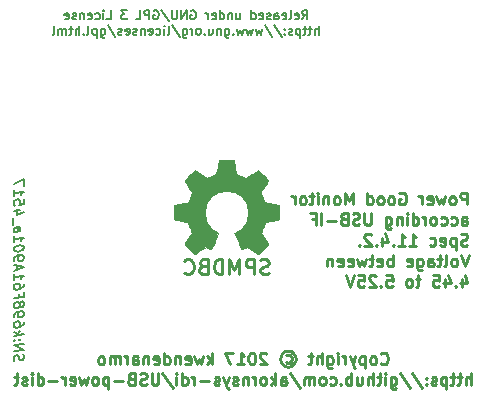
<source format=gbo>
G04 #@! TF.FileFunction,Legend,Bot*
%FSLAX46Y46*%
G04 Gerber Fmt 4.6, Leading zero omitted, Abs format (unit mm)*
G04 Created by KiCad (PCBNEW 4.0.7-e2-6376~58~ubuntu16.04.1) date Mon Nov  6 12:00:07 2017*
%MOMM*%
%LPD*%
G01*
G04 APERTURE LIST*
%ADD10C,0.100000*%
%ADD11C,0.250000*%
%ADD12C,0.203200*%
%ADD13C,0.150000*%
%ADD14C,0.010000*%
%ADD15R,10.400000X7.400000*%
%ADD16O,7.250000X4.450000*%
%ADD17C,3.600000*%
%ADD18R,3.194000X3.194000*%
%ADD19C,3.194000*%
%ADD20R,3.000000X2.400000*%
%ADD21O,3.000000X2.400000*%
G04 APERTURE END LIST*
D10*
D11*
X164677858Y-113528143D02*
X164725477Y-113575762D01*
X164868334Y-113623381D01*
X164963572Y-113623381D01*
X165106430Y-113575762D01*
X165201668Y-113480524D01*
X165249287Y-113385286D01*
X165296906Y-113194810D01*
X165296906Y-113051952D01*
X165249287Y-112861476D01*
X165201668Y-112766238D01*
X165106430Y-112671000D01*
X164963572Y-112623381D01*
X164868334Y-112623381D01*
X164725477Y-112671000D01*
X164677858Y-112718619D01*
X164106430Y-113623381D02*
X164201668Y-113575762D01*
X164249287Y-113528143D01*
X164296906Y-113432905D01*
X164296906Y-113147190D01*
X164249287Y-113051952D01*
X164201668Y-113004333D01*
X164106430Y-112956714D01*
X163963572Y-112956714D01*
X163868334Y-113004333D01*
X163820715Y-113051952D01*
X163773096Y-113147190D01*
X163773096Y-113432905D01*
X163820715Y-113528143D01*
X163868334Y-113575762D01*
X163963572Y-113623381D01*
X164106430Y-113623381D01*
X163344525Y-112956714D02*
X163344525Y-113956714D01*
X163344525Y-113004333D02*
X163249287Y-112956714D01*
X163058810Y-112956714D01*
X162963572Y-113004333D01*
X162915953Y-113051952D01*
X162868334Y-113147190D01*
X162868334Y-113432905D01*
X162915953Y-113528143D01*
X162963572Y-113575762D01*
X163058810Y-113623381D01*
X163249287Y-113623381D01*
X163344525Y-113575762D01*
X162535001Y-112956714D02*
X162296906Y-113623381D01*
X162058810Y-112956714D02*
X162296906Y-113623381D01*
X162392144Y-113861476D01*
X162439763Y-113909095D01*
X162535001Y-113956714D01*
X161677858Y-113623381D02*
X161677858Y-112956714D01*
X161677858Y-113147190D02*
X161630239Y-113051952D01*
X161582620Y-113004333D01*
X161487382Y-112956714D01*
X161392143Y-112956714D01*
X161058810Y-113623381D02*
X161058810Y-112956714D01*
X161058810Y-112623381D02*
X161106429Y-112671000D01*
X161058810Y-112718619D01*
X161011191Y-112671000D01*
X161058810Y-112623381D01*
X161058810Y-112718619D01*
X160154048Y-112956714D02*
X160154048Y-113766238D01*
X160201667Y-113861476D01*
X160249286Y-113909095D01*
X160344525Y-113956714D01*
X160487382Y-113956714D01*
X160582620Y-113909095D01*
X160154048Y-113575762D02*
X160249286Y-113623381D01*
X160439763Y-113623381D01*
X160535001Y-113575762D01*
X160582620Y-113528143D01*
X160630239Y-113432905D01*
X160630239Y-113147190D01*
X160582620Y-113051952D01*
X160535001Y-113004333D01*
X160439763Y-112956714D01*
X160249286Y-112956714D01*
X160154048Y-113004333D01*
X159677858Y-113623381D02*
X159677858Y-112623381D01*
X159249286Y-113623381D02*
X159249286Y-113099571D01*
X159296905Y-113004333D01*
X159392143Y-112956714D01*
X159535001Y-112956714D01*
X159630239Y-113004333D01*
X159677858Y-113051952D01*
X158915953Y-112956714D02*
X158535001Y-112956714D01*
X158773096Y-112623381D02*
X158773096Y-113480524D01*
X158725477Y-113575762D01*
X158630239Y-113623381D01*
X158535001Y-113623381D01*
X156630238Y-112861476D02*
X156725476Y-112813857D01*
X156915952Y-112813857D01*
X157011190Y-112861476D01*
X157106428Y-112956714D01*
X157154047Y-113051952D01*
X157154047Y-113242429D01*
X157106428Y-113337667D01*
X157011190Y-113432905D01*
X156915952Y-113480524D01*
X156725476Y-113480524D01*
X156630238Y-113432905D01*
X156820714Y-112480524D02*
X157058809Y-112528143D01*
X157296905Y-112671000D01*
X157439762Y-112909095D01*
X157487381Y-113147190D01*
X157439762Y-113385286D01*
X157296905Y-113623381D01*
X157058809Y-113766238D01*
X156820714Y-113813857D01*
X156582619Y-113766238D01*
X156344524Y-113623381D01*
X156201667Y-113385286D01*
X156154047Y-113147190D01*
X156201667Y-112909095D01*
X156344524Y-112671000D01*
X156582619Y-112528143D01*
X156820714Y-112480524D01*
X155011190Y-112718619D02*
X154963571Y-112671000D01*
X154868333Y-112623381D01*
X154630237Y-112623381D01*
X154534999Y-112671000D01*
X154487380Y-112718619D01*
X154439761Y-112813857D01*
X154439761Y-112909095D01*
X154487380Y-113051952D01*
X155058809Y-113623381D01*
X154439761Y-113623381D01*
X153820714Y-112623381D02*
X153725475Y-112623381D01*
X153630237Y-112671000D01*
X153582618Y-112718619D01*
X153534999Y-112813857D01*
X153487380Y-113004333D01*
X153487380Y-113242429D01*
X153534999Y-113432905D01*
X153582618Y-113528143D01*
X153630237Y-113575762D01*
X153725475Y-113623381D01*
X153820714Y-113623381D01*
X153915952Y-113575762D01*
X153963571Y-113528143D01*
X154011190Y-113432905D01*
X154058809Y-113242429D01*
X154058809Y-113004333D01*
X154011190Y-112813857D01*
X153963571Y-112718619D01*
X153915952Y-112671000D01*
X153820714Y-112623381D01*
X152534999Y-113623381D02*
X153106428Y-113623381D01*
X152820714Y-113623381D02*
X152820714Y-112623381D01*
X152915952Y-112766238D01*
X153011190Y-112861476D01*
X153106428Y-112909095D01*
X152201666Y-112623381D02*
X151534999Y-112623381D01*
X151963571Y-113623381D01*
X150392142Y-113623381D02*
X150392142Y-112623381D01*
X150296904Y-113242429D02*
X150011189Y-113623381D01*
X150011189Y-112956714D02*
X150392142Y-113337667D01*
X149677856Y-112956714D02*
X149487380Y-113623381D01*
X149296903Y-113147190D01*
X149106427Y-113623381D01*
X148915951Y-112956714D01*
X148154046Y-113575762D02*
X148249284Y-113623381D01*
X148439761Y-113623381D01*
X148534999Y-113575762D01*
X148582618Y-113480524D01*
X148582618Y-113099571D01*
X148534999Y-113004333D01*
X148439761Y-112956714D01*
X148249284Y-112956714D01*
X148154046Y-113004333D01*
X148106427Y-113099571D01*
X148106427Y-113194810D01*
X148582618Y-113290048D01*
X147677856Y-112956714D02*
X147677856Y-113623381D01*
X147677856Y-113051952D02*
X147630237Y-113004333D01*
X147534999Y-112956714D01*
X147392141Y-112956714D01*
X147296903Y-113004333D01*
X147249284Y-113099571D01*
X147249284Y-113623381D01*
X146344522Y-113623381D02*
X146344522Y-112623381D01*
X146344522Y-113575762D02*
X146439760Y-113623381D01*
X146630237Y-113623381D01*
X146725475Y-113575762D01*
X146773094Y-113528143D01*
X146820713Y-113432905D01*
X146820713Y-113147190D01*
X146773094Y-113051952D01*
X146725475Y-113004333D01*
X146630237Y-112956714D01*
X146439760Y-112956714D01*
X146344522Y-113004333D01*
X145487379Y-113575762D02*
X145582617Y-113623381D01*
X145773094Y-113623381D01*
X145868332Y-113575762D01*
X145915951Y-113480524D01*
X145915951Y-113099571D01*
X145868332Y-113004333D01*
X145773094Y-112956714D01*
X145582617Y-112956714D01*
X145487379Y-113004333D01*
X145439760Y-113099571D01*
X145439760Y-113194810D01*
X145915951Y-113290048D01*
X145011189Y-112956714D02*
X145011189Y-113623381D01*
X145011189Y-113051952D02*
X144963570Y-113004333D01*
X144868332Y-112956714D01*
X144725474Y-112956714D01*
X144630236Y-113004333D01*
X144582617Y-113099571D01*
X144582617Y-113623381D01*
X143677855Y-113623381D02*
X143677855Y-113099571D01*
X143725474Y-113004333D01*
X143820712Y-112956714D01*
X144011189Y-112956714D01*
X144106427Y-113004333D01*
X143677855Y-113575762D02*
X143773093Y-113623381D01*
X144011189Y-113623381D01*
X144106427Y-113575762D01*
X144154046Y-113480524D01*
X144154046Y-113385286D01*
X144106427Y-113290048D01*
X144011189Y-113242429D01*
X143773093Y-113242429D01*
X143677855Y-113194810D01*
X143201665Y-113623381D02*
X143201665Y-112956714D01*
X143201665Y-113147190D02*
X143154046Y-113051952D01*
X143106427Y-113004333D01*
X143011189Y-112956714D01*
X142915950Y-112956714D01*
X142582617Y-113623381D02*
X142582617Y-112956714D01*
X142582617Y-113051952D02*
X142534998Y-113004333D01*
X142439760Y-112956714D01*
X142296902Y-112956714D01*
X142201664Y-113004333D01*
X142154045Y-113099571D01*
X142154045Y-113623381D01*
X142154045Y-113099571D02*
X142106426Y-113004333D01*
X142011188Y-112956714D01*
X141868331Y-112956714D01*
X141773093Y-113004333D01*
X141725474Y-113099571D01*
X141725474Y-113623381D01*
X141106427Y-113623381D02*
X141201665Y-113575762D01*
X141249284Y-113528143D01*
X141296903Y-113432905D01*
X141296903Y-113147190D01*
X141249284Y-113051952D01*
X141201665Y-113004333D01*
X141106427Y-112956714D01*
X140963569Y-112956714D01*
X140868331Y-113004333D01*
X140820712Y-113051952D01*
X140773093Y-113147190D01*
X140773093Y-113432905D01*
X140820712Y-113528143D01*
X140868331Y-113575762D01*
X140963569Y-113623381D01*
X141106427Y-113623381D01*
X172296906Y-115373381D02*
X172296906Y-114373381D01*
X171868334Y-115373381D02*
X171868334Y-114849571D01*
X171915953Y-114754333D01*
X172011191Y-114706714D01*
X172154049Y-114706714D01*
X172249287Y-114754333D01*
X172296906Y-114801952D01*
X171535001Y-114706714D02*
X171154049Y-114706714D01*
X171392144Y-114373381D02*
X171392144Y-115230524D01*
X171344525Y-115325762D01*
X171249287Y-115373381D01*
X171154049Y-115373381D01*
X170963572Y-114706714D02*
X170582620Y-114706714D01*
X170820715Y-114373381D02*
X170820715Y-115230524D01*
X170773096Y-115325762D01*
X170677858Y-115373381D01*
X170582620Y-115373381D01*
X170249286Y-114706714D02*
X170249286Y-115706714D01*
X170249286Y-114754333D02*
X170154048Y-114706714D01*
X169963571Y-114706714D01*
X169868333Y-114754333D01*
X169820714Y-114801952D01*
X169773095Y-114897190D01*
X169773095Y-115182905D01*
X169820714Y-115278143D01*
X169868333Y-115325762D01*
X169963571Y-115373381D01*
X170154048Y-115373381D01*
X170249286Y-115325762D01*
X169392143Y-115325762D02*
X169296905Y-115373381D01*
X169106429Y-115373381D01*
X169011190Y-115325762D01*
X168963571Y-115230524D01*
X168963571Y-115182905D01*
X169011190Y-115087667D01*
X169106429Y-115040048D01*
X169249286Y-115040048D01*
X169344524Y-114992429D01*
X169392143Y-114897190D01*
X169392143Y-114849571D01*
X169344524Y-114754333D01*
X169249286Y-114706714D01*
X169106429Y-114706714D01*
X169011190Y-114754333D01*
X168535000Y-115278143D02*
X168487381Y-115325762D01*
X168535000Y-115373381D01*
X168582619Y-115325762D01*
X168535000Y-115278143D01*
X168535000Y-115373381D01*
X168535000Y-114754333D02*
X168487381Y-114801952D01*
X168535000Y-114849571D01*
X168582619Y-114801952D01*
X168535000Y-114754333D01*
X168535000Y-114849571D01*
X167344524Y-114325762D02*
X168201667Y-115611476D01*
X166296905Y-114325762D02*
X167154048Y-115611476D01*
X165535000Y-114706714D02*
X165535000Y-115516238D01*
X165582619Y-115611476D01*
X165630238Y-115659095D01*
X165725477Y-115706714D01*
X165868334Y-115706714D01*
X165963572Y-115659095D01*
X165535000Y-115325762D02*
X165630238Y-115373381D01*
X165820715Y-115373381D01*
X165915953Y-115325762D01*
X165963572Y-115278143D01*
X166011191Y-115182905D01*
X166011191Y-114897190D01*
X165963572Y-114801952D01*
X165915953Y-114754333D01*
X165820715Y-114706714D01*
X165630238Y-114706714D01*
X165535000Y-114754333D01*
X165058810Y-115373381D02*
X165058810Y-114706714D01*
X165058810Y-114373381D02*
X165106429Y-114421000D01*
X165058810Y-114468619D01*
X165011191Y-114421000D01*
X165058810Y-114373381D01*
X165058810Y-114468619D01*
X164725477Y-114706714D02*
X164344525Y-114706714D01*
X164582620Y-114373381D02*
X164582620Y-115230524D01*
X164535001Y-115325762D01*
X164439763Y-115373381D01*
X164344525Y-115373381D01*
X164011191Y-115373381D02*
X164011191Y-114373381D01*
X163582619Y-115373381D02*
X163582619Y-114849571D01*
X163630238Y-114754333D01*
X163725476Y-114706714D01*
X163868334Y-114706714D01*
X163963572Y-114754333D01*
X164011191Y-114801952D01*
X162677857Y-114706714D02*
X162677857Y-115373381D01*
X163106429Y-114706714D02*
X163106429Y-115230524D01*
X163058810Y-115325762D01*
X162963572Y-115373381D01*
X162820714Y-115373381D01*
X162725476Y-115325762D01*
X162677857Y-115278143D01*
X162201667Y-115373381D02*
X162201667Y-114373381D01*
X162201667Y-114754333D02*
X162106429Y-114706714D01*
X161915952Y-114706714D01*
X161820714Y-114754333D01*
X161773095Y-114801952D01*
X161725476Y-114897190D01*
X161725476Y-115182905D01*
X161773095Y-115278143D01*
X161820714Y-115325762D01*
X161915952Y-115373381D01*
X162106429Y-115373381D01*
X162201667Y-115325762D01*
X161296905Y-115278143D02*
X161249286Y-115325762D01*
X161296905Y-115373381D01*
X161344524Y-115325762D01*
X161296905Y-115278143D01*
X161296905Y-115373381D01*
X160392143Y-115325762D02*
X160487381Y-115373381D01*
X160677858Y-115373381D01*
X160773096Y-115325762D01*
X160820715Y-115278143D01*
X160868334Y-115182905D01*
X160868334Y-114897190D01*
X160820715Y-114801952D01*
X160773096Y-114754333D01*
X160677858Y-114706714D01*
X160487381Y-114706714D01*
X160392143Y-114754333D01*
X159820715Y-115373381D02*
X159915953Y-115325762D01*
X159963572Y-115278143D01*
X160011191Y-115182905D01*
X160011191Y-114897190D01*
X159963572Y-114801952D01*
X159915953Y-114754333D01*
X159820715Y-114706714D01*
X159677857Y-114706714D01*
X159582619Y-114754333D01*
X159535000Y-114801952D01*
X159487381Y-114897190D01*
X159487381Y-115182905D01*
X159535000Y-115278143D01*
X159582619Y-115325762D01*
X159677857Y-115373381D01*
X159820715Y-115373381D01*
X159058810Y-115373381D02*
X159058810Y-114706714D01*
X159058810Y-114801952D02*
X159011191Y-114754333D01*
X158915953Y-114706714D01*
X158773095Y-114706714D01*
X158677857Y-114754333D01*
X158630238Y-114849571D01*
X158630238Y-115373381D01*
X158630238Y-114849571D02*
X158582619Y-114754333D01*
X158487381Y-114706714D01*
X158344524Y-114706714D01*
X158249286Y-114754333D01*
X158201667Y-114849571D01*
X158201667Y-115373381D01*
X157011191Y-114325762D02*
X157868334Y-115611476D01*
X156249286Y-115373381D02*
X156249286Y-114849571D01*
X156296905Y-114754333D01*
X156392143Y-114706714D01*
X156582620Y-114706714D01*
X156677858Y-114754333D01*
X156249286Y-115325762D02*
X156344524Y-115373381D01*
X156582620Y-115373381D01*
X156677858Y-115325762D01*
X156725477Y-115230524D01*
X156725477Y-115135286D01*
X156677858Y-115040048D01*
X156582620Y-114992429D01*
X156344524Y-114992429D01*
X156249286Y-114944810D01*
X155773096Y-115373381D02*
X155773096Y-114373381D01*
X155677858Y-114992429D02*
X155392143Y-115373381D01*
X155392143Y-114706714D02*
X155773096Y-115087667D01*
X154820715Y-115373381D02*
X154915953Y-115325762D01*
X154963572Y-115278143D01*
X155011191Y-115182905D01*
X155011191Y-114897190D01*
X154963572Y-114801952D01*
X154915953Y-114754333D01*
X154820715Y-114706714D01*
X154677857Y-114706714D01*
X154582619Y-114754333D01*
X154535000Y-114801952D01*
X154487381Y-114897190D01*
X154487381Y-115182905D01*
X154535000Y-115278143D01*
X154582619Y-115325762D01*
X154677857Y-115373381D01*
X154820715Y-115373381D01*
X154058810Y-115373381D02*
X154058810Y-114706714D01*
X154058810Y-114897190D02*
X154011191Y-114801952D01*
X153963572Y-114754333D01*
X153868334Y-114706714D01*
X153773095Y-114706714D01*
X153439762Y-114706714D02*
X153439762Y-115373381D01*
X153439762Y-114801952D02*
X153392143Y-114754333D01*
X153296905Y-114706714D01*
X153154047Y-114706714D01*
X153058809Y-114754333D01*
X153011190Y-114849571D01*
X153011190Y-115373381D01*
X152582619Y-115325762D02*
X152487381Y-115373381D01*
X152296905Y-115373381D01*
X152201666Y-115325762D01*
X152154047Y-115230524D01*
X152154047Y-115182905D01*
X152201666Y-115087667D01*
X152296905Y-115040048D01*
X152439762Y-115040048D01*
X152535000Y-114992429D01*
X152582619Y-114897190D01*
X152582619Y-114849571D01*
X152535000Y-114754333D01*
X152439762Y-114706714D01*
X152296905Y-114706714D01*
X152201666Y-114754333D01*
X151820714Y-114706714D02*
X151582619Y-115373381D01*
X151344523Y-114706714D02*
X151582619Y-115373381D01*
X151677857Y-115611476D01*
X151725476Y-115659095D01*
X151820714Y-115706714D01*
X151011190Y-115325762D02*
X150915952Y-115373381D01*
X150725476Y-115373381D01*
X150630237Y-115325762D01*
X150582618Y-115230524D01*
X150582618Y-115182905D01*
X150630237Y-115087667D01*
X150725476Y-115040048D01*
X150868333Y-115040048D01*
X150963571Y-114992429D01*
X151011190Y-114897190D01*
X151011190Y-114849571D01*
X150963571Y-114754333D01*
X150868333Y-114706714D01*
X150725476Y-114706714D01*
X150630237Y-114754333D01*
X150154047Y-114992429D02*
X149392142Y-114992429D01*
X148915952Y-115373381D02*
X148915952Y-114706714D01*
X148915952Y-114897190D02*
X148868333Y-114801952D01*
X148820714Y-114754333D01*
X148725476Y-114706714D01*
X148630237Y-114706714D01*
X147868332Y-115373381D02*
X147868332Y-114373381D01*
X147868332Y-115325762D02*
X147963570Y-115373381D01*
X148154047Y-115373381D01*
X148249285Y-115325762D01*
X148296904Y-115278143D01*
X148344523Y-115182905D01*
X148344523Y-114897190D01*
X148296904Y-114801952D01*
X148249285Y-114754333D01*
X148154047Y-114706714D01*
X147963570Y-114706714D01*
X147868332Y-114754333D01*
X147392142Y-115373381D02*
X147392142Y-114706714D01*
X147392142Y-114373381D02*
X147439761Y-114421000D01*
X147392142Y-114468619D01*
X147344523Y-114421000D01*
X147392142Y-114373381D01*
X147392142Y-114468619D01*
X146201666Y-114325762D02*
X147058809Y-115611476D01*
X145868333Y-114373381D02*
X145868333Y-115182905D01*
X145820714Y-115278143D01*
X145773095Y-115325762D01*
X145677857Y-115373381D01*
X145487380Y-115373381D01*
X145392142Y-115325762D01*
X145344523Y-115278143D01*
X145296904Y-115182905D01*
X145296904Y-114373381D01*
X144868333Y-115325762D02*
X144725476Y-115373381D01*
X144487380Y-115373381D01*
X144392142Y-115325762D01*
X144344523Y-115278143D01*
X144296904Y-115182905D01*
X144296904Y-115087667D01*
X144344523Y-114992429D01*
X144392142Y-114944810D01*
X144487380Y-114897190D01*
X144677857Y-114849571D01*
X144773095Y-114801952D01*
X144820714Y-114754333D01*
X144868333Y-114659095D01*
X144868333Y-114563857D01*
X144820714Y-114468619D01*
X144773095Y-114421000D01*
X144677857Y-114373381D01*
X144439761Y-114373381D01*
X144296904Y-114421000D01*
X143534999Y-114849571D02*
X143392142Y-114897190D01*
X143344523Y-114944810D01*
X143296904Y-115040048D01*
X143296904Y-115182905D01*
X143344523Y-115278143D01*
X143392142Y-115325762D01*
X143487380Y-115373381D01*
X143868333Y-115373381D01*
X143868333Y-114373381D01*
X143534999Y-114373381D01*
X143439761Y-114421000D01*
X143392142Y-114468619D01*
X143344523Y-114563857D01*
X143344523Y-114659095D01*
X143392142Y-114754333D01*
X143439761Y-114801952D01*
X143534999Y-114849571D01*
X143868333Y-114849571D01*
X142868333Y-114992429D02*
X142106428Y-114992429D01*
X141630238Y-114706714D02*
X141630238Y-115706714D01*
X141630238Y-114754333D02*
X141535000Y-114706714D01*
X141344523Y-114706714D01*
X141249285Y-114754333D01*
X141201666Y-114801952D01*
X141154047Y-114897190D01*
X141154047Y-115182905D01*
X141201666Y-115278143D01*
X141249285Y-115325762D01*
X141344523Y-115373381D01*
X141535000Y-115373381D01*
X141630238Y-115325762D01*
X140582619Y-115373381D02*
X140677857Y-115325762D01*
X140725476Y-115278143D01*
X140773095Y-115182905D01*
X140773095Y-114897190D01*
X140725476Y-114801952D01*
X140677857Y-114754333D01*
X140582619Y-114706714D01*
X140439761Y-114706714D01*
X140344523Y-114754333D01*
X140296904Y-114801952D01*
X140249285Y-114897190D01*
X140249285Y-115182905D01*
X140296904Y-115278143D01*
X140344523Y-115325762D01*
X140439761Y-115373381D01*
X140582619Y-115373381D01*
X139915952Y-114706714D02*
X139725476Y-115373381D01*
X139534999Y-114897190D01*
X139344523Y-115373381D01*
X139154047Y-114706714D01*
X138392142Y-115325762D02*
X138487380Y-115373381D01*
X138677857Y-115373381D01*
X138773095Y-115325762D01*
X138820714Y-115230524D01*
X138820714Y-114849571D01*
X138773095Y-114754333D01*
X138677857Y-114706714D01*
X138487380Y-114706714D01*
X138392142Y-114754333D01*
X138344523Y-114849571D01*
X138344523Y-114944810D01*
X138820714Y-115040048D01*
X137915952Y-115373381D02*
X137915952Y-114706714D01*
X137915952Y-114897190D02*
X137868333Y-114801952D01*
X137820714Y-114754333D01*
X137725476Y-114706714D01*
X137630237Y-114706714D01*
X137296904Y-114992429D02*
X136534999Y-114992429D01*
X135630237Y-115373381D02*
X135630237Y-114373381D01*
X135630237Y-115325762D02*
X135725475Y-115373381D01*
X135915952Y-115373381D01*
X136011190Y-115325762D01*
X136058809Y-115278143D01*
X136106428Y-115182905D01*
X136106428Y-114897190D01*
X136058809Y-114801952D01*
X136011190Y-114754333D01*
X135915952Y-114706714D01*
X135725475Y-114706714D01*
X135630237Y-114754333D01*
X135154047Y-115373381D02*
X135154047Y-114706714D01*
X135154047Y-114373381D02*
X135201666Y-114421000D01*
X135154047Y-114468619D01*
X135106428Y-114421000D01*
X135154047Y-114373381D01*
X135154047Y-114468619D01*
X134725476Y-115325762D02*
X134630238Y-115373381D01*
X134439762Y-115373381D01*
X134344523Y-115325762D01*
X134296904Y-115230524D01*
X134296904Y-115182905D01*
X134344523Y-115087667D01*
X134439762Y-115040048D01*
X134582619Y-115040048D01*
X134677857Y-114992429D01*
X134725476Y-114897190D01*
X134725476Y-114849571D01*
X134677857Y-114754333D01*
X134582619Y-114706714D01*
X134439762Y-114706714D01*
X134344523Y-114754333D01*
X134011190Y-114706714D02*
X133630238Y-114706714D01*
X133868333Y-114373381D02*
X133868333Y-115230524D01*
X133820714Y-115325762D01*
X133725476Y-115373381D01*
X133630238Y-115373381D01*
D12*
X133650448Y-113356722D02*
X133609324Y-113238490D01*
X133609324Y-113032871D01*
X133650448Y-112945484D01*
X133691571Y-112899220D01*
X133773819Y-112847815D01*
X133856067Y-112837534D01*
X133938314Y-112868377D01*
X133979438Y-112904360D01*
X134020562Y-112981467D01*
X134061686Y-113140822D01*
X134102810Y-113217929D01*
X134143933Y-113253912D01*
X134226181Y-113284755D01*
X134308429Y-113274474D01*
X134390676Y-113223069D01*
X134431800Y-113176805D01*
X134472924Y-113089417D01*
X134472924Y-112883797D01*
X134431800Y-112765567D01*
X133609324Y-112498262D02*
X134472924Y-112390312D01*
X133609324Y-112004776D01*
X134472924Y-111896826D01*
X133691571Y-111583258D02*
X133650448Y-111547274D01*
X133609324Y-111593538D01*
X133650448Y-111629522D01*
X133691571Y-111583258D01*
X133609324Y-111593538D01*
X134143933Y-111526712D02*
X134102810Y-111490729D01*
X134061686Y-111536993D01*
X134102810Y-111572977D01*
X134143933Y-111526712D01*
X134061686Y-111536993D01*
X133609324Y-111182300D02*
X134472924Y-111074350D01*
X133938314Y-111058929D02*
X133609324Y-110853309D01*
X134185057Y-110781343D02*
X133856067Y-111151458D01*
X134472924Y-110005131D02*
X134472924Y-110169626D01*
X134431800Y-110257015D01*
X134390676Y-110303278D01*
X134267305Y-110400948D01*
X134102810Y-110462634D01*
X133773819Y-110503758D01*
X133691571Y-110472915D01*
X133650448Y-110436931D01*
X133609324Y-110359824D01*
X133609324Y-110195328D01*
X133650448Y-110107941D01*
X133691571Y-110061677D01*
X133773819Y-110010272D01*
X133979438Y-109984569D01*
X134061686Y-110015412D01*
X134102810Y-110051396D01*
X134143933Y-110128502D01*
X134143933Y-110292998D01*
X134102810Y-110380386D01*
X134061686Y-110426650D01*
X133979438Y-110478055D01*
X133609324Y-109619595D02*
X133609324Y-109455100D01*
X133650448Y-109367712D01*
X133691571Y-109321448D01*
X133814943Y-109223779D01*
X133979438Y-109162093D01*
X134308429Y-109120969D01*
X134390676Y-109151812D01*
X134431800Y-109187796D01*
X134472924Y-109264902D01*
X134472924Y-109429398D01*
X134431800Y-109516786D01*
X134390676Y-109563050D01*
X134308429Y-109614455D01*
X134102810Y-109640158D01*
X134020562Y-109609315D01*
X133979438Y-109573331D01*
X133938314Y-109496225D01*
X133938314Y-109331729D01*
X133979438Y-109244341D01*
X134020562Y-109198077D01*
X134102810Y-109146672D01*
X134102810Y-108653187D02*
X134143933Y-108730293D01*
X134185057Y-108766277D01*
X134267305Y-108797120D01*
X134308429Y-108791979D01*
X134390676Y-108740574D01*
X134431800Y-108694310D01*
X134472924Y-108606922D01*
X134472924Y-108442426D01*
X134431800Y-108365320D01*
X134390676Y-108329336D01*
X134308429Y-108298493D01*
X134267305Y-108303634D01*
X134185057Y-108355039D01*
X134143933Y-108401303D01*
X134102810Y-108488691D01*
X134102810Y-108653187D01*
X134061686Y-108740574D01*
X134020562Y-108786839D01*
X133938314Y-108838244D01*
X133773819Y-108858806D01*
X133691571Y-108827963D01*
X133650448Y-108791979D01*
X133609324Y-108714872D01*
X133609324Y-108550376D01*
X133650448Y-108462989D01*
X133691571Y-108416725D01*
X133773819Y-108365320D01*
X133938314Y-108344758D01*
X134020562Y-108375601D01*
X134061686Y-108411584D01*
X134102810Y-108488691D01*
X134061686Y-107671355D02*
X134061686Y-107959222D01*
X133609324Y-108015767D02*
X134472924Y-107907817D01*
X134472924Y-107496579D01*
X134472924Y-106797474D02*
X134472924Y-106961969D01*
X134431800Y-107049358D01*
X134390676Y-107095621D01*
X134267305Y-107193291D01*
X134102810Y-107254977D01*
X133773819Y-107296101D01*
X133691571Y-107265258D01*
X133650448Y-107229274D01*
X133609324Y-107152167D01*
X133609324Y-106987671D01*
X133650448Y-106900284D01*
X133691571Y-106854020D01*
X133773819Y-106802615D01*
X133979438Y-106776912D01*
X134061686Y-106807755D01*
X134102810Y-106843739D01*
X134143933Y-106920845D01*
X134143933Y-107085341D01*
X134102810Y-107172729D01*
X134061686Y-107218993D01*
X133979438Y-107270398D01*
X133609324Y-106000700D02*
X133609324Y-106494186D01*
X133609324Y-106247443D02*
X134472924Y-106139493D01*
X134349552Y-106237163D01*
X134267305Y-106329691D01*
X134226181Y-106417079D01*
X133856067Y-105640868D02*
X133856067Y-105229630D01*
X133609324Y-105753957D02*
X134472924Y-105358141D01*
X133609324Y-105178224D01*
X133609324Y-104849233D02*
X133609324Y-104684738D01*
X133650448Y-104597350D01*
X133691571Y-104551086D01*
X133814943Y-104453417D01*
X133979438Y-104391731D01*
X134308429Y-104350607D01*
X134390676Y-104381450D01*
X134431800Y-104417434D01*
X134472924Y-104494540D01*
X134472924Y-104659036D01*
X134431800Y-104746424D01*
X134390676Y-104792688D01*
X134308429Y-104844093D01*
X134102810Y-104869796D01*
X134020562Y-104838953D01*
X133979438Y-104802969D01*
X133938314Y-104725863D01*
X133938314Y-104561367D01*
X133979438Y-104473979D01*
X134020562Y-104427715D01*
X134102810Y-104376310D01*
X134472924Y-103795436D02*
X134472924Y-103713188D01*
X134431800Y-103636081D01*
X134390676Y-103600098D01*
X134308429Y-103569255D01*
X134143933Y-103548693D01*
X133938314Y-103574396D01*
X133773819Y-103636082D01*
X133691571Y-103687487D01*
X133650448Y-103733750D01*
X133609324Y-103821138D01*
X133609324Y-103903386D01*
X133650448Y-103980493D01*
X133691571Y-104016477D01*
X133773819Y-104047320D01*
X133938314Y-104067882D01*
X134143933Y-104042179D01*
X134308429Y-103980493D01*
X134390676Y-103929088D01*
X134431800Y-103882824D01*
X134472924Y-103795436D01*
X133609324Y-102793043D02*
X133609324Y-103286529D01*
X133609324Y-103039786D02*
X134472924Y-102931836D01*
X134349552Y-103029506D01*
X134267305Y-103122034D01*
X134226181Y-103209422D01*
X133609324Y-102052815D02*
X134061686Y-101996270D01*
X134143933Y-102027112D01*
X134185057Y-102104220D01*
X134185057Y-102268715D01*
X134143933Y-102356103D01*
X133650448Y-102047675D02*
X133609324Y-102135062D01*
X133609324Y-102340681D01*
X133650448Y-102417789D01*
X133732695Y-102448632D01*
X133814943Y-102438351D01*
X133897190Y-102386946D01*
X133938314Y-102299558D01*
X133938314Y-102093939D01*
X133979438Y-102006551D01*
X133527076Y-101857478D02*
X133527076Y-101199497D01*
X134185057Y-100541516D02*
X133609324Y-100613482D01*
X134514048Y-100706011D02*
X133897190Y-100988737D01*
X133897190Y-100454127D01*
X134472924Y-99641932D02*
X134472924Y-100053170D01*
X134061686Y-100145699D01*
X134102810Y-100099435D01*
X134143933Y-100012046D01*
X134143933Y-99806427D01*
X134102810Y-99729321D01*
X134061686Y-99693337D01*
X133979438Y-99662494D01*
X133773819Y-99688197D01*
X133691571Y-99739602D01*
X133650448Y-99785866D01*
X133609324Y-99873253D01*
X133609324Y-100078872D01*
X133650448Y-100155980D01*
X133691571Y-100191964D01*
X133609324Y-98886282D02*
X133609324Y-99379768D01*
X133609324Y-99133025D02*
X134472924Y-99025075D01*
X134349552Y-99122745D01*
X134267305Y-99215273D01*
X134226181Y-99302661D01*
X134472924Y-98490466D02*
X134472924Y-97914732D01*
X133609324Y-98392797D01*
D11*
X171973905Y-100076381D02*
X171973905Y-99076381D01*
X171592952Y-99076381D01*
X171497714Y-99124000D01*
X171450095Y-99171619D01*
X171402476Y-99266857D01*
X171402476Y-99409714D01*
X171450095Y-99504952D01*
X171497714Y-99552571D01*
X171592952Y-99600190D01*
X171973905Y-99600190D01*
X170831048Y-100076381D02*
X170926286Y-100028762D01*
X170973905Y-99981143D01*
X171021524Y-99885905D01*
X171021524Y-99600190D01*
X170973905Y-99504952D01*
X170926286Y-99457333D01*
X170831048Y-99409714D01*
X170688190Y-99409714D01*
X170592952Y-99457333D01*
X170545333Y-99504952D01*
X170497714Y-99600190D01*
X170497714Y-99885905D01*
X170545333Y-99981143D01*
X170592952Y-100028762D01*
X170688190Y-100076381D01*
X170831048Y-100076381D01*
X170164381Y-99409714D02*
X169973905Y-100076381D01*
X169783428Y-99600190D01*
X169592952Y-100076381D01*
X169402476Y-99409714D01*
X168640571Y-100028762D02*
X168735809Y-100076381D01*
X168926286Y-100076381D01*
X169021524Y-100028762D01*
X169069143Y-99933524D01*
X169069143Y-99552571D01*
X169021524Y-99457333D01*
X168926286Y-99409714D01*
X168735809Y-99409714D01*
X168640571Y-99457333D01*
X168592952Y-99552571D01*
X168592952Y-99647810D01*
X169069143Y-99743048D01*
X168164381Y-100076381D02*
X168164381Y-99409714D01*
X168164381Y-99600190D02*
X168116762Y-99504952D01*
X168069143Y-99457333D01*
X167973905Y-99409714D01*
X167878666Y-99409714D01*
X166259618Y-99124000D02*
X166354856Y-99076381D01*
X166497713Y-99076381D01*
X166640571Y-99124000D01*
X166735809Y-99219238D01*
X166783428Y-99314476D01*
X166831047Y-99504952D01*
X166831047Y-99647810D01*
X166783428Y-99838286D01*
X166735809Y-99933524D01*
X166640571Y-100028762D01*
X166497713Y-100076381D01*
X166402475Y-100076381D01*
X166259618Y-100028762D01*
X166211999Y-99981143D01*
X166211999Y-99647810D01*
X166402475Y-99647810D01*
X165640571Y-100076381D02*
X165735809Y-100028762D01*
X165783428Y-99981143D01*
X165831047Y-99885905D01*
X165831047Y-99600190D01*
X165783428Y-99504952D01*
X165735809Y-99457333D01*
X165640571Y-99409714D01*
X165497713Y-99409714D01*
X165402475Y-99457333D01*
X165354856Y-99504952D01*
X165307237Y-99600190D01*
X165307237Y-99885905D01*
X165354856Y-99981143D01*
X165402475Y-100028762D01*
X165497713Y-100076381D01*
X165640571Y-100076381D01*
X164735809Y-100076381D02*
X164831047Y-100028762D01*
X164878666Y-99981143D01*
X164926285Y-99885905D01*
X164926285Y-99600190D01*
X164878666Y-99504952D01*
X164831047Y-99457333D01*
X164735809Y-99409714D01*
X164592951Y-99409714D01*
X164497713Y-99457333D01*
X164450094Y-99504952D01*
X164402475Y-99600190D01*
X164402475Y-99885905D01*
X164450094Y-99981143D01*
X164497713Y-100028762D01*
X164592951Y-100076381D01*
X164735809Y-100076381D01*
X163545332Y-100076381D02*
X163545332Y-99076381D01*
X163545332Y-100028762D02*
X163640570Y-100076381D01*
X163831047Y-100076381D01*
X163926285Y-100028762D01*
X163973904Y-99981143D01*
X164021523Y-99885905D01*
X164021523Y-99600190D01*
X163973904Y-99504952D01*
X163926285Y-99457333D01*
X163831047Y-99409714D01*
X163640570Y-99409714D01*
X163545332Y-99457333D01*
X162307237Y-100076381D02*
X162307237Y-99076381D01*
X161973903Y-99790667D01*
X161640570Y-99076381D01*
X161640570Y-100076381D01*
X161021523Y-100076381D02*
X161116761Y-100028762D01*
X161164380Y-99981143D01*
X161211999Y-99885905D01*
X161211999Y-99600190D01*
X161164380Y-99504952D01*
X161116761Y-99457333D01*
X161021523Y-99409714D01*
X160878665Y-99409714D01*
X160783427Y-99457333D01*
X160735808Y-99504952D01*
X160688189Y-99600190D01*
X160688189Y-99885905D01*
X160735808Y-99981143D01*
X160783427Y-100028762D01*
X160878665Y-100076381D01*
X161021523Y-100076381D01*
X160259618Y-99409714D02*
X160259618Y-100076381D01*
X160259618Y-99504952D02*
X160211999Y-99457333D01*
X160116761Y-99409714D01*
X159973903Y-99409714D01*
X159878665Y-99457333D01*
X159831046Y-99552571D01*
X159831046Y-100076381D01*
X159354856Y-100076381D02*
X159354856Y-99409714D01*
X159354856Y-99076381D02*
X159402475Y-99124000D01*
X159354856Y-99171619D01*
X159307237Y-99124000D01*
X159354856Y-99076381D01*
X159354856Y-99171619D01*
X159021523Y-99409714D02*
X158640571Y-99409714D01*
X158878666Y-99076381D02*
X158878666Y-99933524D01*
X158831047Y-100028762D01*
X158735809Y-100076381D01*
X158640571Y-100076381D01*
X158164380Y-100076381D02*
X158259618Y-100028762D01*
X158307237Y-99981143D01*
X158354856Y-99885905D01*
X158354856Y-99600190D01*
X158307237Y-99504952D01*
X158259618Y-99457333D01*
X158164380Y-99409714D01*
X158021522Y-99409714D01*
X157926284Y-99457333D01*
X157878665Y-99504952D01*
X157831046Y-99600190D01*
X157831046Y-99885905D01*
X157878665Y-99981143D01*
X157926284Y-100028762D01*
X158021522Y-100076381D01*
X158164380Y-100076381D01*
X157402475Y-100076381D02*
X157402475Y-99409714D01*
X157402475Y-99600190D02*
X157354856Y-99504952D01*
X157307237Y-99457333D01*
X157211999Y-99409714D01*
X157116760Y-99409714D01*
X171545333Y-101826381D02*
X171545333Y-101302571D01*
X171592952Y-101207333D01*
X171688190Y-101159714D01*
X171878667Y-101159714D01*
X171973905Y-101207333D01*
X171545333Y-101778762D02*
X171640571Y-101826381D01*
X171878667Y-101826381D01*
X171973905Y-101778762D01*
X172021524Y-101683524D01*
X172021524Y-101588286D01*
X171973905Y-101493048D01*
X171878667Y-101445429D01*
X171640571Y-101445429D01*
X171545333Y-101397810D01*
X170640571Y-101778762D02*
X170735809Y-101826381D01*
X170926286Y-101826381D01*
X171021524Y-101778762D01*
X171069143Y-101731143D01*
X171116762Y-101635905D01*
X171116762Y-101350190D01*
X171069143Y-101254952D01*
X171021524Y-101207333D01*
X170926286Y-101159714D01*
X170735809Y-101159714D01*
X170640571Y-101207333D01*
X169783428Y-101778762D02*
X169878666Y-101826381D01*
X170069143Y-101826381D01*
X170164381Y-101778762D01*
X170212000Y-101731143D01*
X170259619Y-101635905D01*
X170259619Y-101350190D01*
X170212000Y-101254952D01*
X170164381Y-101207333D01*
X170069143Y-101159714D01*
X169878666Y-101159714D01*
X169783428Y-101207333D01*
X169212000Y-101826381D02*
X169307238Y-101778762D01*
X169354857Y-101731143D01*
X169402476Y-101635905D01*
X169402476Y-101350190D01*
X169354857Y-101254952D01*
X169307238Y-101207333D01*
X169212000Y-101159714D01*
X169069142Y-101159714D01*
X168973904Y-101207333D01*
X168926285Y-101254952D01*
X168878666Y-101350190D01*
X168878666Y-101635905D01*
X168926285Y-101731143D01*
X168973904Y-101778762D01*
X169069142Y-101826381D01*
X169212000Y-101826381D01*
X168450095Y-101826381D02*
X168450095Y-101159714D01*
X168450095Y-101350190D02*
X168402476Y-101254952D01*
X168354857Y-101207333D01*
X168259619Y-101159714D01*
X168164380Y-101159714D01*
X167402475Y-101826381D02*
X167402475Y-100826381D01*
X167402475Y-101778762D02*
X167497713Y-101826381D01*
X167688190Y-101826381D01*
X167783428Y-101778762D01*
X167831047Y-101731143D01*
X167878666Y-101635905D01*
X167878666Y-101350190D01*
X167831047Y-101254952D01*
X167783428Y-101207333D01*
X167688190Y-101159714D01*
X167497713Y-101159714D01*
X167402475Y-101207333D01*
X166926285Y-101826381D02*
X166926285Y-101159714D01*
X166926285Y-100826381D02*
X166973904Y-100874000D01*
X166926285Y-100921619D01*
X166878666Y-100874000D01*
X166926285Y-100826381D01*
X166926285Y-100921619D01*
X166450095Y-101159714D02*
X166450095Y-101826381D01*
X166450095Y-101254952D02*
X166402476Y-101207333D01*
X166307238Y-101159714D01*
X166164380Y-101159714D01*
X166069142Y-101207333D01*
X166021523Y-101302571D01*
X166021523Y-101826381D01*
X165116761Y-101159714D02*
X165116761Y-101969238D01*
X165164380Y-102064476D01*
X165211999Y-102112095D01*
X165307238Y-102159714D01*
X165450095Y-102159714D01*
X165545333Y-102112095D01*
X165116761Y-101778762D02*
X165211999Y-101826381D01*
X165402476Y-101826381D01*
X165497714Y-101778762D01*
X165545333Y-101731143D01*
X165592952Y-101635905D01*
X165592952Y-101350190D01*
X165545333Y-101254952D01*
X165497714Y-101207333D01*
X165402476Y-101159714D01*
X165211999Y-101159714D01*
X165116761Y-101207333D01*
X163878666Y-100826381D02*
X163878666Y-101635905D01*
X163831047Y-101731143D01*
X163783428Y-101778762D01*
X163688190Y-101826381D01*
X163497713Y-101826381D01*
X163402475Y-101778762D01*
X163354856Y-101731143D01*
X163307237Y-101635905D01*
X163307237Y-100826381D01*
X162878666Y-101778762D02*
X162735809Y-101826381D01*
X162497713Y-101826381D01*
X162402475Y-101778762D01*
X162354856Y-101731143D01*
X162307237Y-101635905D01*
X162307237Y-101540667D01*
X162354856Y-101445429D01*
X162402475Y-101397810D01*
X162497713Y-101350190D01*
X162688190Y-101302571D01*
X162783428Y-101254952D01*
X162831047Y-101207333D01*
X162878666Y-101112095D01*
X162878666Y-101016857D01*
X162831047Y-100921619D01*
X162783428Y-100874000D01*
X162688190Y-100826381D01*
X162450094Y-100826381D01*
X162307237Y-100874000D01*
X161545332Y-101302571D02*
X161402475Y-101350190D01*
X161354856Y-101397810D01*
X161307237Y-101493048D01*
X161307237Y-101635905D01*
X161354856Y-101731143D01*
X161402475Y-101778762D01*
X161497713Y-101826381D01*
X161878666Y-101826381D01*
X161878666Y-100826381D01*
X161545332Y-100826381D01*
X161450094Y-100874000D01*
X161402475Y-100921619D01*
X161354856Y-101016857D01*
X161354856Y-101112095D01*
X161402475Y-101207333D01*
X161450094Y-101254952D01*
X161545332Y-101302571D01*
X161878666Y-101302571D01*
X160878666Y-101445429D02*
X160116761Y-101445429D01*
X159640571Y-101826381D02*
X159640571Y-100826381D01*
X158831047Y-101302571D02*
X159164381Y-101302571D01*
X159164381Y-101826381D02*
X159164381Y-100826381D01*
X158688190Y-100826381D01*
X172021524Y-103528762D02*
X171878667Y-103576381D01*
X171640571Y-103576381D01*
X171545333Y-103528762D01*
X171497714Y-103481143D01*
X171450095Y-103385905D01*
X171450095Y-103290667D01*
X171497714Y-103195429D01*
X171545333Y-103147810D01*
X171640571Y-103100190D01*
X171831048Y-103052571D01*
X171926286Y-103004952D01*
X171973905Y-102957333D01*
X172021524Y-102862095D01*
X172021524Y-102766857D01*
X171973905Y-102671619D01*
X171926286Y-102624000D01*
X171831048Y-102576381D01*
X171592952Y-102576381D01*
X171450095Y-102624000D01*
X171021524Y-102909714D02*
X171021524Y-103909714D01*
X171021524Y-102957333D02*
X170926286Y-102909714D01*
X170735809Y-102909714D01*
X170640571Y-102957333D01*
X170592952Y-103004952D01*
X170545333Y-103100190D01*
X170545333Y-103385905D01*
X170592952Y-103481143D01*
X170640571Y-103528762D01*
X170735809Y-103576381D01*
X170926286Y-103576381D01*
X171021524Y-103528762D01*
X169735809Y-103528762D02*
X169831047Y-103576381D01*
X170021524Y-103576381D01*
X170116762Y-103528762D01*
X170164381Y-103433524D01*
X170164381Y-103052571D01*
X170116762Y-102957333D01*
X170021524Y-102909714D01*
X169831047Y-102909714D01*
X169735809Y-102957333D01*
X169688190Y-103052571D01*
X169688190Y-103147810D01*
X170164381Y-103243048D01*
X168831047Y-103528762D02*
X168926285Y-103576381D01*
X169116762Y-103576381D01*
X169212000Y-103528762D01*
X169259619Y-103481143D01*
X169307238Y-103385905D01*
X169307238Y-103100190D01*
X169259619Y-103004952D01*
X169212000Y-102957333D01*
X169116762Y-102909714D01*
X168926285Y-102909714D01*
X168831047Y-102957333D01*
X167116761Y-103576381D02*
X167688190Y-103576381D01*
X167402476Y-103576381D02*
X167402476Y-102576381D01*
X167497714Y-102719238D01*
X167592952Y-102814476D01*
X167688190Y-102862095D01*
X166164380Y-103576381D02*
X166735809Y-103576381D01*
X166450095Y-103576381D02*
X166450095Y-102576381D01*
X166545333Y-102719238D01*
X166640571Y-102814476D01*
X166735809Y-102862095D01*
X165735809Y-103481143D02*
X165688190Y-103528762D01*
X165735809Y-103576381D01*
X165783428Y-103528762D01*
X165735809Y-103481143D01*
X165735809Y-103576381D01*
X164831047Y-102909714D02*
X164831047Y-103576381D01*
X165069143Y-102528762D02*
X165307238Y-103243048D01*
X164688190Y-103243048D01*
X164307238Y-103481143D02*
X164259619Y-103528762D01*
X164307238Y-103576381D01*
X164354857Y-103528762D01*
X164307238Y-103481143D01*
X164307238Y-103576381D01*
X163878667Y-102671619D02*
X163831048Y-102624000D01*
X163735810Y-102576381D01*
X163497714Y-102576381D01*
X163402476Y-102624000D01*
X163354857Y-102671619D01*
X163307238Y-102766857D01*
X163307238Y-102862095D01*
X163354857Y-103004952D01*
X163926286Y-103576381D01*
X163307238Y-103576381D01*
X162878667Y-103481143D02*
X162831048Y-103528762D01*
X162878667Y-103576381D01*
X162926286Y-103528762D01*
X162878667Y-103481143D01*
X162878667Y-103576381D01*
X172116762Y-104326381D02*
X171783429Y-105326381D01*
X171450095Y-104326381D01*
X170973905Y-105326381D02*
X171069143Y-105278762D01*
X171116762Y-105231143D01*
X171164381Y-105135905D01*
X171164381Y-104850190D01*
X171116762Y-104754952D01*
X171069143Y-104707333D01*
X170973905Y-104659714D01*
X170831047Y-104659714D01*
X170735809Y-104707333D01*
X170688190Y-104754952D01*
X170640571Y-104850190D01*
X170640571Y-105135905D01*
X170688190Y-105231143D01*
X170735809Y-105278762D01*
X170831047Y-105326381D01*
X170973905Y-105326381D01*
X170069143Y-105326381D02*
X170164381Y-105278762D01*
X170212000Y-105183524D01*
X170212000Y-104326381D01*
X169831047Y-104659714D02*
X169450095Y-104659714D01*
X169688190Y-104326381D02*
X169688190Y-105183524D01*
X169640571Y-105278762D01*
X169545333Y-105326381D01*
X169450095Y-105326381D01*
X168688189Y-105326381D02*
X168688189Y-104802571D01*
X168735808Y-104707333D01*
X168831046Y-104659714D01*
X169021523Y-104659714D01*
X169116761Y-104707333D01*
X168688189Y-105278762D02*
X168783427Y-105326381D01*
X169021523Y-105326381D01*
X169116761Y-105278762D01*
X169164380Y-105183524D01*
X169164380Y-105088286D01*
X169116761Y-104993048D01*
X169021523Y-104945429D01*
X168783427Y-104945429D01*
X168688189Y-104897810D01*
X167783427Y-104659714D02*
X167783427Y-105469238D01*
X167831046Y-105564476D01*
X167878665Y-105612095D01*
X167973904Y-105659714D01*
X168116761Y-105659714D01*
X168211999Y-105612095D01*
X167783427Y-105278762D02*
X167878665Y-105326381D01*
X168069142Y-105326381D01*
X168164380Y-105278762D01*
X168211999Y-105231143D01*
X168259618Y-105135905D01*
X168259618Y-104850190D01*
X168211999Y-104754952D01*
X168164380Y-104707333D01*
X168069142Y-104659714D01*
X167878665Y-104659714D01*
X167783427Y-104707333D01*
X166926284Y-105278762D02*
X167021522Y-105326381D01*
X167211999Y-105326381D01*
X167307237Y-105278762D01*
X167354856Y-105183524D01*
X167354856Y-104802571D01*
X167307237Y-104707333D01*
X167211999Y-104659714D01*
X167021522Y-104659714D01*
X166926284Y-104707333D01*
X166878665Y-104802571D01*
X166878665Y-104897810D01*
X167354856Y-104993048D01*
X165688189Y-105326381D02*
X165688189Y-104326381D01*
X165688189Y-104707333D02*
X165592951Y-104659714D01*
X165402474Y-104659714D01*
X165307236Y-104707333D01*
X165259617Y-104754952D01*
X165211998Y-104850190D01*
X165211998Y-105135905D01*
X165259617Y-105231143D01*
X165307236Y-105278762D01*
X165402474Y-105326381D01*
X165592951Y-105326381D01*
X165688189Y-105278762D01*
X164402474Y-105278762D02*
X164497712Y-105326381D01*
X164688189Y-105326381D01*
X164783427Y-105278762D01*
X164831046Y-105183524D01*
X164831046Y-104802571D01*
X164783427Y-104707333D01*
X164688189Y-104659714D01*
X164497712Y-104659714D01*
X164402474Y-104707333D01*
X164354855Y-104802571D01*
X164354855Y-104897810D01*
X164831046Y-104993048D01*
X164069141Y-104659714D02*
X163688189Y-104659714D01*
X163926284Y-104326381D02*
X163926284Y-105183524D01*
X163878665Y-105278762D01*
X163783427Y-105326381D01*
X163688189Y-105326381D01*
X163450093Y-104659714D02*
X163259617Y-105326381D01*
X163069140Y-104850190D01*
X162878664Y-105326381D01*
X162688188Y-104659714D01*
X161926283Y-105278762D02*
X162021521Y-105326381D01*
X162211998Y-105326381D01*
X162307236Y-105278762D01*
X162354855Y-105183524D01*
X162354855Y-104802571D01*
X162307236Y-104707333D01*
X162211998Y-104659714D01*
X162021521Y-104659714D01*
X161926283Y-104707333D01*
X161878664Y-104802571D01*
X161878664Y-104897810D01*
X162354855Y-104993048D01*
X161069140Y-105278762D02*
X161164378Y-105326381D01*
X161354855Y-105326381D01*
X161450093Y-105278762D01*
X161497712Y-105183524D01*
X161497712Y-104802571D01*
X161450093Y-104707333D01*
X161354855Y-104659714D01*
X161164378Y-104659714D01*
X161069140Y-104707333D01*
X161021521Y-104802571D01*
X161021521Y-104897810D01*
X161497712Y-104993048D01*
X160592950Y-104659714D02*
X160592950Y-105326381D01*
X160592950Y-104754952D02*
X160545331Y-104707333D01*
X160450093Y-104659714D01*
X160307235Y-104659714D01*
X160211997Y-104707333D01*
X160164378Y-104802571D01*
X160164378Y-105326381D01*
X171545333Y-106409714D02*
X171545333Y-107076381D01*
X171783429Y-106028762D02*
X172021524Y-106743048D01*
X171402476Y-106743048D01*
X171021524Y-106981143D02*
X170973905Y-107028762D01*
X171021524Y-107076381D01*
X171069143Y-107028762D01*
X171021524Y-106981143D01*
X171021524Y-107076381D01*
X170116762Y-106409714D02*
X170116762Y-107076381D01*
X170354858Y-106028762D02*
X170592953Y-106743048D01*
X169973905Y-106743048D01*
X169116762Y-106076381D02*
X169592953Y-106076381D01*
X169640572Y-106552571D01*
X169592953Y-106504952D01*
X169497715Y-106457333D01*
X169259619Y-106457333D01*
X169164381Y-106504952D01*
X169116762Y-106552571D01*
X169069143Y-106647810D01*
X169069143Y-106885905D01*
X169116762Y-106981143D01*
X169164381Y-107028762D01*
X169259619Y-107076381D01*
X169497715Y-107076381D01*
X169592953Y-107028762D01*
X169640572Y-106981143D01*
X168021524Y-106409714D02*
X167640572Y-106409714D01*
X167878667Y-106076381D02*
X167878667Y-106933524D01*
X167831048Y-107028762D01*
X167735810Y-107076381D01*
X167640572Y-107076381D01*
X167164381Y-107076381D02*
X167259619Y-107028762D01*
X167307238Y-106981143D01*
X167354857Y-106885905D01*
X167354857Y-106600190D01*
X167307238Y-106504952D01*
X167259619Y-106457333D01*
X167164381Y-106409714D01*
X167021523Y-106409714D01*
X166926285Y-106457333D01*
X166878666Y-106504952D01*
X166831047Y-106600190D01*
X166831047Y-106885905D01*
X166878666Y-106981143D01*
X166926285Y-107028762D01*
X167021523Y-107076381D01*
X167164381Y-107076381D01*
X165164380Y-106076381D02*
X165640571Y-106076381D01*
X165688190Y-106552571D01*
X165640571Y-106504952D01*
X165545333Y-106457333D01*
X165307237Y-106457333D01*
X165211999Y-106504952D01*
X165164380Y-106552571D01*
X165116761Y-106647810D01*
X165116761Y-106885905D01*
X165164380Y-106981143D01*
X165211999Y-107028762D01*
X165307237Y-107076381D01*
X165545333Y-107076381D01*
X165640571Y-107028762D01*
X165688190Y-106981143D01*
X164688190Y-106981143D02*
X164640571Y-107028762D01*
X164688190Y-107076381D01*
X164735809Y-107028762D01*
X164688190Y-106981143D01*
X164688190Y-107076381D01*
X164259619Y-106171619D02*
X164212000Y-106124000D01*
X164116762Y-106076381D01*
X163878666Y-106076381D01*
X163783428Y-106124000D01*
X163735809Y-106171619D01*
X163688190Y-106266857D01*
X163688190Y-106362095D01*
X163735809Y-106504952D01*
X164307238Y-107076381D01*
X163688190Y-107076381D01*
X162783428Y-106076381D02*
X163259619Y-106076381D01*
X163307238Y-106552571D01*
X163259619Y-106504952D01*
X163164381Y-106457333D01*
X162926285Y-106457333D01*
X162831047Y-106504952D01*
X162783428Y-106552571D01*
X162735809Y-106647810D01*
X162735809Y-106885905D01*
X162783428Y-106981143D01*
X162831047Y-107028762D01*
X162926285Y-107076381D01*
X163164381Y-107076381D01*
X163259619Y-107028762D01*
X163307238Y-106981143D01*
X162450095Y-106076381D02*
X162116762Y-107076381D01*
X161783428Y-106076381D01*
X155209428Y-105915952D02*
X155030856Y-105975476D01*
X154733237Y-105975476D01*
X154614190Y-105915952D01*
X154554666Y-105856429D01*
X154495142Y-105737381D01*
X154495142Y-105618333D01*
X154554666Y-105499286D01*
X154614190Y-105439762D01*
X154733237Y-105380238D01*
X154971333Y-105320714D01*
X155090380Y-105261190D01*
X155149904Y-105201667D01*
X155209428Y-105082619D01*
X155209428Y-104963571D01*
X155149904Y-104844524D01*
X155090380Y-104785000D01*
X154971333Y-104725476D01*
X154673713Y-104725476D01*
X154495142Y-104785000D01*
X153959428Y-105975476D02*
X153959428Y-104725476D01*
X153483237Y-104725476D01*
X153364190Y-104785000D01*
X153304666Y-104844524D01*
X153245142Y-104963571D01*
X153245142Y-105142143D01*
X153304666Y-105261190D01*
X153364190Y-105320714D01*
X153483237Y-105380238D01*
X153959428Y-105380238D01*
X152709428Y-105975476D02*
X152709428Y-104725476D01*
X152292761Y-105618333D01*
X151876095Y-104725476D01*
X151876095Y-105975476D01*
X151280857Y-105975476D02*
X151280857Y-104725476D01*
X150983238Y-104725476D01*
X150804666Y-104785000D01*
X150685619Y-104904048D01*
X150626095Y-105023095D01*
X150566571Y-105261190D01*
X150566571Y-105439762D01*
X150626095Y-105677857D01*
X150685619Y-105796905D01*
X150804666Y-105915952D01*
X150983238Y-105975476D01*
X151280857Y-105975476D01*
X149614190Y-105320714D02*
X149435619Y-105380238D01*
X149376095Y-105439762D01*
X149316571Y-105558810D01*
X149316571Y-105737381D01*
X149376095Y-105856429D01*
X149435619Y-105915952D01*
X149554666Y-105975476D01*
X150030857Y-105975476D01*
X150030857Y-104725476D01*
X149614190Y-104725476D01*
X149495143Y-104785000D01*
X149435619Y-104844524D01*
X149376095Y-104963571D01*
X149376095Y-105082619D01*
X149435619Y-105201667D01*
X149495143Y-105261190D01*
X149614190Y-105320714D01*
X150030857Y-105320714D01*
X148066571Y-105856429D02*
X148126095Y-105915952D01*
X148304666Y-105975476D01*
X148423714Y-105975476D01*
X148602286Y-105915952D01*
X148721333Y-105796905D01*
X148780857Y-105677857D01*
X148840381Y-105439762D01*
X148840381Y-105261190D01*
X148780857Y-105023095D01*
X148721333Y-104904048D01*
X148602286Y-104785000D01*
X148423714Y-104725476D01*
X148304666Y-104725476D01*
X148126095Y-104785000D01*
X148066571Y-104844524D01*
D13*
X158042429Y-84407214D02*
X158296429Y-84044357D01*
X158477857Y-84407214D02*
X158477857Y-83645214D01*
X158187572Y-83645214D01*
X158115000Y-83681500D01*
X158078715Y-83717786D01*
X158042429Y-83790357D01*
X158042429Y-83899214D01*
X158078715Y-83971786D01*
X158115000Y-84008071D01*
X158187572Y-84044357D01*
X158477857Y-84044357D01*
X157425572Y-84370929D02*
X157498143Y-84407214D01*
X157643286Y-84407214D01*
X157715857Y-84370929D01*
X157752143Y-84298357D01*
X157752143Y-84008071D01*
X157715857Y-83935500D01*
X157643286Y-83899214D01*
X157498143Y-83899214D01*
X157425572Y-83935500D01*
X157389286Y-84008071D01*
X157389286Y-84080643D01*
X157752143Y-84153214D01*
X156953857Y-84407214D02*
X157026429Y-84370929D01*
X157062714Y-84298357D01*
X157062714Y-83645214D01*
X156373286Y-84370929D02*
X156445857Y-84407214D01*
X156591000Y-84407214D01*
X156663571Y-84370929D01*
X156699857Y-84298357D01*
X156699857Y-84008071D01*
X156663571Y-83935500D01*
X156591000Y-83899214D01*
X156445857Y-83899214D01*
X156373286Y-83935500D01*
X156337000Y-84008071D01*
X156337000Y-84080643D01*
X156699857Y-84153214D01*
X155683857Y-84407214D02*
X155683857Y-84008071D01*
X155720143Y-83935500D01*
X155792714Y-83899214D01*
X155937857Y-83899214D01*
X156010428Y-83935500D01*
X155683857Y-84370929D02*
X155756428Y-84407214D01*
X155937857Y-84407214D01*
X156010428Y-84370929D01*
X156046714Y-84298357D01*
X156046714Y-84225786D01*
X156010428Y-84153214D01*
X155937857Y-84116929D01*
X155756428Y-84116929D01*
X155683857Y-84080643D01*
X155357285Y-84370929D02*
X155284714Y-84407214D01*
X155139571Y-84407214D01*
X155066999Y-84370929D01*
X155030714Y-84298357D01*
X155030714Y-84262071D01*
X155066999Y-84189500D01*
X155139571Y-84153214D01*
X155248428Y-84153214D01*
X155320999Y-84116929D01*
X155357285Y-84044357D01*
X155357285Y-84008071D01*
X155320999Y-83935500D01*
X155248428Y-83899214D01*
X155139571Y-83899214D01*
X155066999Y-83935500D01*
X154413857Y-84370929D02*
X154486428Y-84407214D01*
X154631571Y-84407214D01*
X154704142Y-84370929D01*
X154740428Y-84298357D01*
X154740428Y-84008071D01*
X154704142Y-83935500D01*
X154631571Y-83899214D01*
X154486428Y-83899214D01*
X154413857Y-83935500D01*
X154377571Y-84008071D01*
X154377571Y-84080643D01*
X154740428Y-84153214D01*
X153724428Y-84407214D02*
X153724428Y-83645214D01*
X153724428Y-84370929D02*
X153796999Y-84407214D01*
X153942142Y-84407214D01*
X154014714Y-84370929D01*
X154050999Y-84334643D01*
X154087285Y-84262071D01*
X154087285Y-84044357D01*
X154050999Y-83971786D01*
X154014714Y-83935500D01*
X153942142Y-83899214D01*
X153796999Y-83899214D01*
X153724428Y-83935500D01*
X152454428Y-83899214D02*
X152454428Y-84407214D01*
X152780999Y-83899214D02*
X152780999Y-84298357D01*
X152744714Y-84370929D01*
X152672142Y-84407214D01*
X152563285Y-84407214D01*
X152490714Y-84370929D01*
X152454428Y-84334643D01*
X152091570Y-83899214D02*
X152091570Y-84407214D01*
X152091570Y-83971786D02*
X152055285Y-83935500D01*
X151982713Y-83899214D01*
X151873856Y-83899214D01*
X151801285Y-83935500D01*
X151764999Y-84008071D01*
X151764999Y-84407214D01*
X151075570Y-84407214D02*
X151075570Y-83645214D01*
X151075570Y-84370929D02*
X151148141Y-84407214D01*
X151293284Y-84407214D01*
X151365856Y-84370929D01*
X151402141Y-84334643D01*
X151438427Y-84262071D01*
X151438427Y-84044357D01*
X151402141Y-83971786D01*
X151365856Y-83935500D01*
X151293284Y-83899214D01*
X151148141Y-83899214D01*
X151075570Y-83935500D01*
X150422427Y-84370929D02*
X150494998Y-84407214D01*
X150640141Y-84407214D01*
X150712712Y-84370929D01*
X150748998Y-84298357D01*
X150748998Y-84008071D01*
X150712712Y-83935500D01*
X150640141Y-83899214D01*
X150494998Y-83899214D01*
X150422427Y-83935500D01*
X150386141Y-84008071D01*
X150386141Y-84080643D01*
X150748998Y-84153214D01*
X150059569Y-84407214D02*
X150059569Y-83899214D01*
X150059569Y-84044357D02*
X150023284Y-83971786D01*
X149986998Y-83935500D01*
X149914427Y-83899214D01*
X149841855Y-83899214D01*
X148608142Y-83681500D02*
X148680713Y-83645214D01*
X148789570Y-83645214D01*
X148898427Y-83681500D01*
X148970999Y-83754071D01*
X149007284Y-83826643D01*
X149043570Y-83971786D01*
X149043570Y-84080643D01*
X149007284Y-84225786D01*
X148970999Y-84298357D01*
X148898427Y-84370929D01*
X148789570Y-84407214D01*
X148716999Y-84407214D01*
X148608142Y-84370929D01*
X148571856Y-84334643D01*
X148571856Y-84080643D01*
X148716999Y-84080643D01*
X148245284Y-84407214D02*
X148245284Y-83645214D01*
X147809856Y-84407214D01*
X147809856Y-83645214D01*
X147446998Y-83645214D02*
X147446998Y-84262071D01*
X147410713Y-84334643D01*
X147374427Y-84370929D01*
X147301856Y-84407214D01*
X147156713Y-84407214D01*
X147084141Y-84370929D01*
X147047856Y-84334643D01*
X147011570Y-84262071D01*
X147011570Y-83645214D01*
X146104427Y-83608929D02*
X146757570Y-84588643D01*
X145451284Y-83681500D02*
X145523855Y-83645214D01*
X145632712Y-83645214D01*
X145741569Y-83681500D01*
X145814141Y-83754071D01*
X145850426Y-83826643D01*
X145886712Y-83971786D01*
X145886712Y-84080643D01*
X145850426Y-84225786D01*
X145814141Y-84298357D01*
X145741569Y-84370929D01*
X145632712Y-84407214D01*
X145560141Y-84407214D01*
X145451284Y-84370929D01*
X145414998Y-84334643D01*
X145414998Y-84080643D01*
X145560141Y-84080643D01*
X145088426Y-84407214D02*
X145088426Y-83645214D01*
X144798141Y-83645214D01*
X144725569Y-83681500D01*
X144689284Y-83717786D01*
X144652998Y-83790357D01*
X144652998Y-83899214D01*
X144689284Y-83971786D01*
X144725569Y-84008071D01*
X144798141Y-84044357D01*
X145088426Y-84044357D01*
X143963569Y-84407214D02*
X144326426Y-84407214D01*
X144326426Y-83645214D01*
X143201570Y-83645214D02*
X142729856Y-83645214D01*
X142983856Y-83935500D01*
X142874998Y-83935500D01*
X142802427Y-83971786D01*
X142766141Y-84008071D01*
X142729856Y-84080643D01*
X142729856Y-84262071D01*
X142766141Y-84334643D01*
X142802427Y-84370929D01*
X142874998Y-84407214D01*
X143092713Y-84407214D01*
X143165284Y-84370929D01*
X143201570Y-84334643D01*
X141459856Y-84407214D02*
X141822713Y-84407214D01*
X141822713Y-83645214D01*
X141205856Y-84407214D02*
X141205856Y-83899214D01*
X141205856Y-83645214D02*
X141242142Y-83681500D01*
X141205856Y-83717786D01*
X141169571Y-83681500D01*
X141205856Y-83645214D01*
X141205856Y-83717786D01*
X140516428Y-84370929D02*
X140588999Y-84407214D01*
X140734142Y-84407214D01*
X140806714Y-84370929D01*
X140842999Y-84334643D01*
X140879285Y-84262071D01*
X140879285Y-84044357D01*
X140842999Y-83971786D01*
X140806714Y-83935500D01*
X140734142Y-83899214D01*
X140588999Y-83899214D01*
X140516428Y-83935500D01*
X139899571Y-84370929D02*
X139972142Y-84407214D01*
X140117285Y-84407214D01*
X140189856Y-84370929D01*
X140226142Y-84298357D01*
X140226142Y-84008071D01*
X140189856Y-83935500D01*
X140117285Y-83899214D01*
X139972142Y-83899214D01*
X139899571Y-83935500D01*
X139863285Y-84008071D01*
X139863285Y-84080643D01*
X140226142Y-84153214D01*
X139536713Y-83899214D02*
X139536713Y-84407214D01*
X139536713Y-83971786D02*
X139500428Y-83935500D01*
X139427856Y-83899214D01*
X139318999Y-83899214D01*
X139246428Y-83935500D01*
X139210142Y-84008071D01*
X139210142Y-84407214D01*
X138883570Y-84370929D02*
X138810999Y-84407214D01*
X138665856Y-84407214D01*
X138593284Y-84370929D01*
X138556999Y-84298357D01*
X138556999Y-84262071D01*
X138593284Y-84189500D01*
X138665856Y-84153214D01*
X138774713Y-84153214D01*
X138847284Y-84116929D01*
X138883570Y-84044357D01*
X138883570Y-84008071D01*
X138847284Y-83935500D01*
X138774713Y-83899214D01*
X138665856Y-83899214D01*
X138593284Y-83935500D01*
X137940142Y-84370929D02*
X138012713Y-84407214D01*
X138157856Y-84407214D01*
X138230427Y-84370929D01*
X138266713Y-84298357D01*
X138266713Y-84008071D01*
X138230427Y-83935500D01*
X138157856Y-83899214D01*
X138012713Y-83899214D01*
X137940142Y-83935500D01*
X137903856Y-84008071D01*
X137903856Y-84080643D01*
X138266713Y-84153214D01*
X159421289Y-85700214D02*
X159421289Y-84938214D01*
X159094718Y-85700214D02*
X159094718Y-85301071D01*
X159131004Y-85228500D01*
X159203575Y-85192214D01*
X159312432Y-85192214D01*
X159385004Y-85228500D01*
X159421289Y-85264786D01*
X158840718Y-85192214D02*
X158550432Y-85192214D01*
X158731860Y-84938214D02*
X158731860Y-85591357D01*
X158695575Y-85663929D01*
X158623003Y-85700214D01*
X158550432Y-85700214D01*
X158405289Y-85192214D02*
X158115003Y-85192214D01*
X158296431Y-84938214D02*
X158296431Y-85591357D01*
X158260146Y-85663929D01*
X158187574Y-85700214D01*
X158115003Y-85700214D01*
X157861002Y-85192214D02*
X157861002Y-85954214D01*
X157861002Y-85228500D02*
X157788431Y-85192214D01*
X157643288Y-85192214D01*
X157570717Y-85228500D01*
X157534431Y-85264786D01*
X157498145Y-85337357D01*
X157498145Y-85555071D01*
X157534431Y-85627643D01*
X157570717Y-85663929D01*
X157643288Y-85700214D01*
X157788431Y-85700214D01*
X157861002Y-85663929D01*
X157207859Y-85663929D02*
X157135288Y-85700214D01*
X156990145Y-85700214D01*
X156917573Y-85663929D01*
X156881288Y-85591357D01*
X156881288Y-85555071D01*
X156917573Y-85482500D01*
X156990145Y-85446214D01*
X157099002Y-85446214D01*
X157171573Y-85409929D01*
X157207859Y-85337357D01*
X157207859Y-85301071D01*
X157171573Y-85228500D01*
X157099002Y-85192214D01*
X156990145Y-85192214D01*
X156917573Y-85228500D01*
X156554716Y-85627643D02*
X156518431Y-85663929D01*
X156554716Y-85700214D01*
X156591002Y-85663929D01*
X156554716Y-85627643D01*
X156554716Y-85700214D01*
X156554716Y-85228500D02*
X156518431Y-85264786D01*
X156554716Y-85301071D01*
X156591002Y-85264786D01*
X156554716Y-85228500D01*
X156554716Y-85301071D01*
X155647574Y-84901929D02*
X156300717Y-85881643D01*
X154849288Y-84901929D02*
X155502431Y-85881643D01*
X154667859Y-85192214D02*
X154522716Y-85700214D01*
X154377573Y-85337357D01*
X154232430Y-85700214D01*
X154087287Y-85192214D01*
X153869573Y-85192214D02*
X153724430Y-85700214D01*
X153579287Y-85337357D01*
X153434144Y-85700214D01*
X153289001Y-85192214D01*
X153071287Y-85192214D02*
X152926144Y-85700214D01*
X152781001Y-85337357D01*
X152635858Y-85700214D01*
X152490715Y-85192214D01*
X152200429Y-85627643D02*
X152164144Y-85663929D01*
X152200429Y-85700214D01*
X152236715Y-85663929D01*
X152200429Y-85627643D01*
X152200429Y-85700214D01*
X151511001Y-85192214D02*
X151511001Y-85809071D01*
X151547287Y-85881643D01*
X151583572Y-85917929D01*
X151656144Y-85954214D01*
X151765001Y-85954214D01*
X151837572Y-85917929D01*
X151511001Y-85663929D02*
X151583572Y-85700214D01*
X151728715Y-85700214D01*
X151801287Y-85663929D01*
X151837572Y-85627643D01*
X151873858Y-85555071D01*
X151873858Y-85337357D01*
X151837572Y-85264786D01*
X151801287Y-85228500D01*
X151728715Y-85192214D01*
X151583572Y-85192214D01*
X151511001Y-85228500D01*
X151148143Y-85192214D02*
X151148143Y-85700214D01*
X151148143Y-85264786D02*
X151111858Y-85228500D01*
X151039286Y-85192214D01*
X150930429Y-85192214D01*
X150857858Y-85228500D01*
X150821572Y-85301071D01*
X150821572Y-85700214D01*
X150132143Y-85192214D02*
X150132143Y-85700214D01*
X150458714Y-85192214D02*
X150458714Y-85591357D01*
X150422429Y-85663929D01*
X150349857Y-85700214D01*
X150241000Y-85700214D01*
X150168429Y-85663929D01*
X150132143Y-85627643D01*
X149769285Y-85627643D02*
X149733000Y-85663929D01*
X149769285Y-85700214D01*
X149805571Y-85663929D01*
X149769285Y-85627643D01*
X149769285Y-85700214D01*
X149297571Y-85700214D02*
X149370143Y-85663929D01*
X149406428Y-85627643D01*
X149442714Y-85555071D01*
X149442714Y-85337357D01*
X149406428Y-85264786D01*
X149370143Y-85228500D01*
X149297571Y-85192214D01*
X149188714Y-85192214D01*
X149116143Y-85228500D01*
X149079857Y-85264786D01*
X149043571Y-85337357D01*
X149043571Y-85555071D01*
X149079857Y-85627643D01*
X149116143Y-85663929D01*
X149188714Y-85700214D01*
X149297571Y-85700214D01*
X148716999Y-85700214D02*
X148716999Y-85192214D01*
X148716999Y-85337357D02*
X148680714Y-85264786D01*
X148644428Y-85228500D01*
X148571857Y-85192214D01*
X148499285Y-85192214D01*
X147918714Y-85192214D02*
X147918714Y-85809071D01*
X147955000Y-85881643D01*
X147991285Y-85917929D01*
X148063857Y-85954214D01*
X148172714Y-85954214D01*
X148245285Y-85917929D01*
X147918714Y-85663929D02*
X147991285Y-85700214D01*
X148136428Y-85700214D01*
X148209000Y-85663929D01*
X148245285Y-85627643D01*
X148281571Y-85555071D01*
X148281571Y-85337357D01*
X148245285Y-85264786D01*
X148209000Y-85228500D01*
X148136428Y-85192214D01*
X147991285Y-85192214D01*
X147918714Y-85228500D01*
X147011571Y-84901929D02*
X147664714Y-85881643D01*
X146648713Y-85700214D02*
X146721285Y-85663929D01*
X146757570Y-85591357D01*
X146757570Y-84938214D01*
X146358427Y-85700214D02*
X146358427Y-85192214D01*
X146358427Y-84938214D02*
X146394713Y-84974500D01*
X146358427Y-85010786D01*
X146322142Y-84974500D01*
X146358427Y-84938214D01*
X146358427Y-85010786D01*
X145668999Y-85663929D02*
X145741570Y-85700214D01*
X145886713Y-85700214D01*
X145959285Y-85663929D01*
X145995570Y-85627643D01*
X146031856Y-85555071D01*
X146031856Y-85337357D01*
X145995570Y-85264786D01*
X145959285Y-85228500D01*
X145886713Y-85192214D01*
X145741570Y-85192214D01*
X145668999Y-85228500D01*
X145052142Y-85663929D02*
X145124713Y-85700214D01*
X145269856Y-85700214D01*
X145342427Y-85663929D01*
X145378713Y-85591357D01*
X145378713Y-85301071D01*
X145342427Y-85228500D01*
X145269856Y-85192214D01*
X145124713Y-85192214D01*
X145052142Y-85228500D01*
X145015856Y-85301071D01*
X145015856Y-85373643D01*
X145378713Y-85446214D01*
X144689284Y-85192214D02*
X144689284Y-85700214D01*
X144689284Y-85264786D02*
X144652999Y-85228500D01*
X144580427Y-85192214D01*
X144471570Y-85192214D01*
X144398999Y-85228500D01*
X144362713Y-85301071D01*
X144362713Y-85700214D01*
X144036141Y-85663929D02*
X143963570Y-85700214D01*
X143818427Y-85700214D01*
X143745855Y-85663929D01*
X143709570Y-85591357D01*
X143709570Y-85555071D01*
X143745855Y-85482500D01*
X143818427Y-85446214D01*
X143927284Y-85446214D01*
X143999855Y-85409929D01*
X144036141Y-85337357D01*
X144036141Y-85301071D01*
X143999855Y-85228500D01*
X143927284Y-85192214D01*
X143818427Y-85192214D01*
X143745855Y-85228500D01*
X143092713Y-85663929D02*
X143165284Y-85700214D01*
X143310427Y-85700214D01*
X143382998Y-85663929D01*
X143419284Y-85591357D01*
X143419284Y-85301071D01*
X143382998Y-85228500D01*
X143310427Y-85192214D01*
X143165284Y-85192214D01*
X143092713Y-85228500D01*
X143056427Y-85301071D01*
X143056427Y-85373643D01*
X143419284Y-85446214D01*
X142766141Y-85663929D02*
X142693570Y-85700214D01*
X142548427Y-85700214D01*
X142475855Y-85663929D01*
X142439570Y-85591357D01*
X142439570Y-85555071D01*
X142475855Y-85482500D01*
X142548427Y-85446214D01*
X142657284Y-85446214D01*
X142729855Y-85409929D01*
X142766141Y-85337357D01*
X142766141Y-85301071D01*
X142729855Y-85228500D01*
X142657284Y-85192214D01*
X142548427Y-85192214D01*
X142475855Y-85228500D01*
X141568713Y-84901929D02*
X142221856Y-85881643D01*
X140988141Y-85192214D02*
X140988141Y-85809071D01*
X141024427Y-85881643D01*
X141060712Y-85917929D01*
X141133284Y-85954214D01*
X141242141Y-85954214D01*
X141314712Y-85917929D01*
X140988141Y-85663929D02*
X141060712Y-85700214D01*
X141205855Y-85700214D01*
X141278427Y-85663929D01*
X141314712Y-85627643D01*
X141350998Y-85555071D01*
X141350998Y-85337357D01*
X141314712Y-85264786D01*
X141278427Y-85228500D01*
X141205855Y-85192214D01*
X141060712Y-85192214D01*
X140988141Y-85228500D01*
X140625283Y-85192214D02*
X140625283Y-85954214D01*
X140625283Y-85228500D02*
X140552712Y-85192214D01*
X140407569Y-85192214D01*
X140334998Y-85228500D01*
X140298712Y-85264786D01*
X140262426Y-85337357D01*
X140262426Y-85555071D01*
X140298712Y-85627643D01*
X140334998Y-85663929D01*
X140407569Y-85700214D01*
X140552712Y-85700214D01*
X140625283Y-85663929D01*
X139826997Y-85700214D02*
X139899569Y-85663929D01*
X139935854Y-85591357D01*
X139935854Y-84938214D01*
X139536711Y-85627643D02*
X139500426Y-85663929D01*
X139536711Y-85700214D01*
X139572997Y-85663929D01*
X139536711Y-85627643D01*
X139536711Y-85700214D01*
X139173854Y-85700214D02*
X139173854Y-84938214D01*
X138847283Y-85700214D02*
X138847283Y-85301071D01*
X138883569Y-85228500D01*
X138956140Y-85192214D01*
X139064997Y-85192214D01*
X139137569Y-85228500D01*
X139173854Y-85264786D01*
X138593283Y-85192214D02*
X138302997Y-85192214D01*
X138484425Y-84938214D02*
X138484425Y-85591357D01*
X138448140Y-85663929D01*
X138375568Y-85700214D01*
X138302997Y-85700214D01*
X138048996Y-85700214D02*
X138048996Y-85192214D01*
X138048996Y-85264786D02*
X138012711Y-85228500D01*
X137940139Y-85192214D01*
X137831282Y-85192214D01*
X137758711Y-85228500D01*
X137722425Y-85301071D01*
X137722425Y-85700214D01*
X137722425Y-85301071D02*
X137686139Y-85228500D01*
X137613568Y-85192214D01*
X137504711Y-85192214D01*
X137432139Y-85228500D01*
X137395854Y-85301071D01*
X137395854Y-85700214D01*
X136924139Y-85700214D02*
X136996711Y-85663929D01*
X137032996Y-85591357D01*
X137032996Y-84938214D01*
D14*
G36*
X150891464Y-96930427D02*
X150778882Y-97527618D01*
X150363469Y-97698865D01*
X149948055Y-97870112D01*
X149449698Y-97531233D01*
X149310131Y-97436877D01*
X149183971Y-97352630D01*
X149077104Y-97282338D01*
X148995417Y-97229847D01*
X148944798Y-97199004D01*
X148931013Y-97192353D01*
X148906179Y-97209458D01*
X148853111Y-97256744D01*
X148777759Y-97328172D01*
X148686070Y-97417700D01*
X148583992Y-97519289D01*
X148477473Y-97626898D01*
X148372463Y-97734487D01*
X148274908Y-97836015D01*
X148190757Y-97925441D01*
X148125959Y-97996726D01*
X148086462Y-98043828D01*
X148077019Y-98059592D01*
X148090608Y-98088653D01*
X148128706Y-98152321D01*
X148187306Y-98244367D01*
X148262402Y-98358564D01*
X148349991Y-98488684D01*
X148400745Y-98562901D01*
X148493254Y-98698422D01*
X148575459Y-98820716D01*
X148643369Y-98923695D01*
X148692999Y-99001273D01*
X148720359Y-99047361D01*
X148724470Y-99057047D01*
X148715150Y-99084574D01*
X148689745Y-99148728D01*
X148652088Y-99240490D01*
X148606013Y-99350839D01*
X148555353Y-99470755D01*
X148503940Y-99591219D01*
X148455610Y-99703209D01*
X148414193Y-99797707D01*
X148383525Y-99865692D01*
X148367438Y-99898143D01*
X148366488Y-99899420D01*
X148341227Y-99905617D01*
X148273954Y-99919440D01*
X148171639Y-99939532D01*
X148041258Y-99964534D01*
X147889783Y-99993086D01*
X147801406Y-100009551D01*
X147639547Y-100040369D01*
X147493350Y-100069694D01*
X147370212Y-100095921D01*
X147277530Y-100117446D01*
X147222698Y-100132665D01*
X147211676Y-100137493D01*
X147200881Y-100170174D01*
X147192170Y-100243985D01*
X147185539Y-100350292D01*
X147180981Y-100480467D01*
X147178490Y-100625876D01*
X147178061Y-100777890D01*
X147179688Y-100927877D01*
X147183364Y-101067206D01*
X147189084Y-101187245D01*
X147196842Y-101279365D01*
X147206631Y-101334932D01*
X147212503Y-101346500D01*
X147247600Y-101360365D01*
X147321971Y-101380188D01*
X147425776Y-101403639D01*
X147549180Y-101428391D01*
X147592258Y-101436398D01*
X147799952Y-101474441D01*
X147964015Y-101505079D01*
X148089869Y-101529529D01*
X148182934Y-101549009D01*
X148248632Y-101564736D01*
X148292382Y-101577928D01*
X148319607Y-101589804D01*
X148335727Y-101601580D01*
X148337982Y-101603908D01*
X148360496Y-101641400D01*
X148394841Y-101714365D01*
X148437588Y-101813867D01*
X148485307Y-101930973D01*
X148534569Y-102056748D01*
X148581944Y-102182257D01*
X148624004Y-102298565D01*
X148657319Y-102396739D01*
X148678458Y-102467843D01*
X148683994Y-102502942D01*
X148683533Y-102504172D01*
X148664776Y-102532861D01*
X148622223Y-102595985D01*
X148560346Y-102686973D01*
X148483617Y-102799255D01*
X148396508Y-102926260D01*
X148371701Y-102962353D01*
X148283247Y-103093203D01*
X148205411Y-103212591D01*
X148142433Y-103313662D01*
X148098554Y-103389559D01*
X148078014Y-103433427D01*
X148077019Y-103438817D01*
X148094277Y-103467144D01*
X148141964Y-103523261D01*
X148213949Y-103601137D01*
X148304102Y-103694740D01*
X148406294Y-103798041D01*
X148514394Y-103905006D01*
X148622271Y-104009606D01*
X148723795Y-104105809D01*
X148812837Y-104187584D01*
X148883266Y-104248900D01*
X148928952Y-104283726D01*
X148941590Y-104289412D01*
X148971008Y-104276020D01*
X149031238Y-104239899D01*
X149112470Y-104187136D01*
X149174969Y-104144667D01*
X149288214Y-104066740D01*
X149422325Y-103974984D01*
X149556844Y-103883375D01*
X149629166Y-103834346D01*
X149873961Y-103668770D01*
X150079449Y-103779875D01*
X150173063Y-103828548D01*
X150252669Y-103866381D01*
X150306532Y-103887958D01*
X150320242Y-103890961D01*
X150336729Y-103868793D01*
X150369254Y-103806149D01*
X150415391Y-103708809D01*
X150472709Y-103582549D01*
X150538783Y-103433150D01*
X150611184Y-103266388D01*
X150687483Y-103088042D01*
X150765253Y-102903891D01*
X150842065Y-102719712D01*
X150915493Y-102541285D01*
X150983107Y-102374387D01*
X151042479Y-102224797D01*
X151091183Y-102098293D01*
X151126789Y-102000654D01*
X151146869Y-101937657D01*
X151150099Y-101916021D01*
X151124503Y-101888424D01*
X151068461Y-101843625D01*
X150993688Y-101790934D01*
X150987412Y-101786765D01*
X150794154Y-101632069D01*
X150638325Y-101451591D01*
X150521275Y-101251102D01*
X150444354Y-101036374D01*
X150408913Y-100813177D01*
X150416302Y-100587281D01*
X150467872Y-100364459D01*
X150564973Y-100150479D01*
X150593541Y-100103664D01*
X150742131Y-99914618D01*
X150917672Y-99762812D01*
X151114089Y-99649034D01*
X151325306Y-99574075D01*
X151545246Y-99538722D01*
X151767836Y-99543767D01*
X151986998Y-99589999D01*
X152196657Y-99678206D01*
X152390738Y-99809179D01*
X152450773Y-99862337D01*
X152603564Y-100028739D01*
X152714902Y-100203912D01*
X152791276Y-100400266D01*
X152833812Y-100594717D01*
X152844313Y-100813342D01*
X152809299Y-101033052D01*
X152732326Y-101246420D01*
X152616952Y-101446022D01*
X152466734Y-101624429D01*
X152285226Y-101774217D01*
X152261372Y-101790006D01*
X152185798Y-101841712D01*
X152128348Y-101886512D01*
X152100882Y-101915117D01*
X152100482Y-101916021D01*
X152106379Y-101946964D01*
X152129754Y-102017191D01*
X152168178Y-102120925D01*
X152219222Y-102252390D01*
X152280457Y-102405807D01*
X152349455Y-102575401D01*
X152423786Y-102755393D01*
X152501021Y-102940008D01*
X152578731Y-103123468D01*
X152654488Y-103299996D01*
X152725862Y-103463814D01*
X152790425Y-103609147D01*
X152845747Y-103730217D01*
X152889399Y-103821247D01*
X152918953Y-103876460D01*
X152930855Y-103890961D01*
X152967222Y-103879669D01*
X153035269Y-103849385D01*
X153123263Y-103805520D01*
X153171649Y-103779875D01*
X153377136Y-103668770D01*
X153621931Y-103834346D01*
X153746893Y-103919170D01*
X153883704Y-104012516D01*
X154011911Y-104100408D01*
X154076128Y-104144667D01*
X154166448Y-104205318D01*
X154242928Y-104253381D01*
X154295592Y-104282770D01*
X154312697Y-104288982D01*
X154337594Y-104272223D01*
X154392694Y-104225436D01*
X154472656Y-104153480D01*
X154572139Y-104061212D01*
X154685799Y-103953490D01*
X154757684Y-103884326D01*
X154883448Y-103760757D01*
X154992136Y-103650234D01*
X155079354Y-103557485D01*
X155140710Y-103487237D01*
X155171808Y-103444220D01*
X155174791Y-103435490D01*
X155160946Y-103402284D01*
X155122687Y-103335142D01*
X155064258Y-103240863D01*
X154989902Y-103126245D01*
X154903864Y-102998083D01*
X154879397Y-102962353D01*
X154790245Y-102832489D01*
X154710261Y-102715569D01*
X154643919Y-102618162D01*
X154595688Y-102546839D01*
X154570042Y-102508170D01*
X154567564Y-102504172D01*
X154571270Y-102473355D01*
X154590938Y-102405599D01*
X154623139Y-102309839D01*
X154664444Y-102195009D01*
X154711424Y-102070044D01*
X154760650Y-101943879D01*
X154808691Y-101825448D01*
X154852118Y-101723685D01*
X154887503Y-101647526D01*
X154911415Y-101605904D01*
X154913115Y-101603908D01*
X154927737Y-101592013D01*
X154952434Y-101580250D01*
X154992627Y-101567401D01*
X155053736Y-101552249D01*
X155141182Y-101533576D01*
X155260387Y-101510165D01*
X155416772Y-101480797D01*
X155615756Y-101444255D01*
X155658839Y-101436398D01*
X155786529Y-101411727D01*
X155897846Y-101387593D01*
X155982954Y-101366324D01*
X156032016Y-101350248D01*
X156038594Y-101346500D01*
X156049435Y-101313273D01*
X156058246Y-101239021D01*
X156065023Y-101132376D01*
X156069759Y-101001967D01*
X156072449Y-100856427D01*
X156073086Y-100704386D01*
X156071665Y-100554476D01*
X156068179Y-100415328D01*
X156062623Y-100295572D01*
X156054991Y-100203841D01*
X156045277Y-100148766D01*
X156039421Y-100137493D01*
X156006819Y-100126123D01*
X155932581Y-100107624D01*
X155824103Y-100083602D01*
X155688782Y-100055662D01*
X155534014Y-100025408D01*
X155449692Y-100009551D01*
X155289703Y-99979644D01*
X155147032Y-99952550D01*
X155028651Y-99929631D01*
X154941534Y-99912243D01*
X154892654Y-99901747D01*
X154884609Y-99899420D01*
X154871012Y-99873186D01*
X154842270Y-99809995D01*
X154802214Y-99718877D01*
X154754675Y-99608857D01*
X154703484Y-99488965D01*
X154652473Y-99368227D01*
X154605473Y-99255671D01*
X154566315Y-99160326D01*
X154538830Y-99091217D01*
X154526850Y-99057374D01*
X154526627Y-99055895D01*
X154540208Y-99029197D01*
X154578284Y-98967760D01*
X154636852Y-98877689D01*
X154711911Y-98765090D01*
X154799459Y-98636070D01*
X154850352Y-98561961D01*
X154943090Y-98426077D01*
X155025458Y-98302709D01*
X155093438Y-98198097D01*
X155143011Y-98118483D01*
X155170157Y-98070107D01*
X155174078Y-98059262D01*
X155157224Y-98034020D01*
X155110631Y-97980124D01*
X155040251Y-97903613D01*
X154952034Y-97810523D01*
X154851934Y-97706895D01*
X154745901Y-97598764D01*
X154639888Y-97492170D01*
X154539847Y-97393150D01*
X154451729Y-97307742D01*
X154381486Y-97241985D01*
X154335071Y-97201916D01*
X154319543Y-97192353D01*
X154294260Y-97205800D01*
X154233788Y-97243575D01*
X154144007Y-97301835D01*
X154030796Y-97376734D01*
X153900036Y-97464425D01*
X153801400Y-97531233D01*
X153303042Y-97870112D01*
X152887629Y-97698865D01*
X152472215Y-97527618D01*
X152359633Y-96930427D01*
X152247050Y-96333235D01*
X151004047Y-96333235D01*
X150891464Y-96930427D01*
X150891464Y-96930427D01*
G37*
X150891464Y-96930427D02*
X150778882Y-97527618D01*
X150363469Y-97698865D01*
X149948055Y-97870112D01*
X149449698Y-97531233D01*
X149310131Y-97436877D01*
X149183971Y-97352630D01*
X149077104Y-97282338D01*
X148995417Y-97229847D01*
X148944798Y-97199004D01*
X148931013Y-97192353D01*
X148906179Y-97209458D01*
X148853111Y-97256744D01*
X148777759Y-97328172D01*
X148686070Y-97417700D01*
X148583992Y-97519289D01*
X148477473Y-97626898D01*
X148372463Y-97734487D01*
X148274908Y-97836015D01*
X148190757Y-97925441D01*
X148125959Y-97996726D01*
X148086462Y-98043828D01*
X148077019Y-98059592D01*
X148090608Y-98088653D01*
X148128706Y-98152321D01*
X148187306Y-98244367D01*
X148262402Y-98358564D01*
X148349991Y-98488684D01*
X148400745Y-98562901D01*
X148493254Y-98698422D01*
X148575459Y-98820716D01*
X148643369Y-98923695D01*
X148692999Y-99001273D01*
X148720359Y-99047361D01*
X148724470Y-99057047D01*
X148715150Y-99084574D01*
X148689745Y-99148728D01*
X148652088Y-99240490D01*
X148606013Y-99350839D01*
X148555353Y-99470755D01*
X148503940Y-99591219D01*
X148455610Y-99703209D01*
X148414193Y-99797707D01*
X148383525Y-99865692D01*
X148367438Y-99898143D01*
X148366488Y-99899420D01*
X148341227Y-99905617D01*
X148273954Y-99919440D01*
X148171639Y-99939532D01*
X148041258Y-99964534D01*
X147889783Y-99993086D01*
X147801406Y-100009551D01*
X147639547Y-100040369D01*
X147493350Y-100069694D01*
X147370212Y-100095921D01*
X147277530Y-100117446D01*
X147222698Y-100132665D01*
X147211676Y-100137493D01*
X147200881Y-100170174D01*
X147192170Y-100243985D01*
X147185539Y-100350292D01*
X147180981Y-100480467D01*
X147178490Y-100625876D01*
X147178061Y-100777890D01*
X147179688Y-100927877D01*
X147183364Y-101067206D01*
X147189084Y-101187245D01*
X147196842Y-101279365D01*
X147206631Y-101334932D01*
X147212503Y-101346500D01*
X147247600Y-101360365D01*
X147321971Y-101380188D01*
X147425776Y-101403639D01*
X147549180Y-101428391D01*
X147592258Y-101436398D01*
X147799952Y-101474441D01*
X147964015Y-101505079D01*
X148089869Y-101529529D01*
X148182934Y-101549009D01*
X148248632Y-101564736D01*
X148292382Y-101577928D01*
X148319607Y-101589804D01*
X148335727Y-101601580D01*
X148337982Y-101603908D01*
X148360496Y-101641400D01*
X148394841Y-101714365D01*
X148437588Y-101813867D01*
X148485307Y-101930973D01*
X148534569Y-102056748D01*
X148581944Y-102182257D01*
X148624004Y-102298565D01*
X148657319Y-102396739D01*
X148678458Y-102467843D01*
X148683994Y-102502942D01*
X148683533Y-102504172D01*
X148664776Y-102532861D01*
X148622223Y-102595985D01*
X148560346Y-102686973D01*
X148483617Y-102799255D01*
X148396508Y-102926260D01*
X148371701Y-102962353D01*
X148283247Y-103093203D01*
X148205411Y-103212591D01*
X148142433Y-103313662D01*
X148098554Y-103389559D01*
X148078014Y-103433427D01*
X148077019Y-103438817D01*
X148094277Y-103467144D01*
X148141964Y-103523261D01*
X148213949Y-103601137D01*
X148304102Y-103694740D01*
X148406294Y-103798041D01*
X148514394Y-103905006D01*
X148622271Y-104009606D01*
X148723795Y-104105809D01*
X148812837Y-104187584D01*
X148883266Y-104248900D01*
X148928952Y-104283726D01*
X148941590Y-104289412D01*
X148971008Y-104276020D01*
X149031238Y-104239899D01*
X149112470Y-104187136D01*
X149174969Y-104144667D01*
X149288214Y-104066740D01*
X149422325Y-103974984D01*
X149556844Y-103883375D01*
X149629166Y-103834346D01*
X149873961Y-103668770D01*
X150079449Y-103779875D01*
X150173063Y-103828548D01*
X150252669Y-103866381D01*
X150306532Y-103887958D01*
X150320242Y-103890961D01*
X150336729Y-103868793D01*
X150369254Y-103806149D01*
X150415391Y-103708809D01*
X150472709Y-103582549D01*
X150538783Y-103433150D01*
X150611184Y-103266388D01*
X150687483Y-103088042D01*
X150765253Y-102903891D01*
X150842065Y-102719712D01*
X150915493Y-102541285D01*
X150983107Y-102374387D01*
X151042479Y-102224797D01*
X151091183Y-102098293D01*
X151126789Y-102000654D01*
X151146869Y-101937657D01*
X151150099Y-101916021D01*
X151124503Y-101888424D01*
X151068461Y-101843625D01*
X150993688Y-101790934D01*
X150987412Y-101786765D01*
X150794154Y-101632069D01*
X150638325Y-101451591D01*
X150521275Y-101251102D01*
X150444354Y-101036374D01*
X150408913Y-100813177D01*
X150416302Y-100587281D01*
X150467872Y-100364459D01*
X150564973Y-100150479D01*
X150593541Y-100103664D01*
X150742131Y-99914618D01*
X150917672Y-99762812D01*
X151114089Y-99649034D01*
X151325306Y-99574075D01*
X151545246Y-99538722D01*
X151767836Y-99543767D01*
X151986998Y-99589999D01*
X152196657Y-99678206D01*
X152390738Y-99809179D01*
X152450773Y-99862337D01*
X152603564Y-100028739D01*
X152714902Y-100203912D01*
X152791276Y-100400266D01*
X152833812Y-100594717D01*
X152844313Y-100813342D01*
X152809299Y-101033052D01*
X152732326Y-101246420D01*
X152616952Y-101446022D01*
X152466734Y-101624429D01*
X152285226Y-101774217D01*
X152261372Y-101790006D01*
X152185798Y-101841712D01*
X152128348Y-101886512D01*
X152100882Y-101915117D01*
X152100482Y-101916021D01*
X152106379Y-101946964D01*
X152129754Y-102017191D01*
X152168178Y-102120925D01*
X152219222Y-102252390D01*
X152280457Y-102405807D01*
X152349455Y-102575401D01*
X152423786Y-102755393D01*
X152501021Y-102940008D01*
X152578731Y-103123468D01*
X152654488Y-103299996D01*
X152725862Y-103463814D01*
X152790425Y-103609147D01*
X152845747Y-103730217D01*
X152889399Y-103821247D01*
X152918953Y-103876460D01*
X152930855Y-103890961D01*
X152967222Y-103879669D01*
X153035269Y-103849385D01*
X153123263Y-103805520D01*
X153171649Y-103779875D01*
X153377136Y-103668770D01*
X153621931Y-103834346D01*
X153746893Y-103919170D01*
X153883704Y-104012516D01*
X154011911Y-104100408D01*
X154076128Y-104144667D01*
X154166448Y-104205318D01*
X154242928Y-104253381D01*
X154295592Y-104282770D01*
X154312697Y-104288982D01*
X154337594Y-104272223D01*
X154392694Y-104225436D01*
X154472656Y-104153480D01*
X154572139Y-104061212D01*
X154685799Y-103953490D01*
X154757684Y-103884326D01*
X154883448Y-103760757D01*
X154992136Y-103650234D01*
X155079354Y-103557485D01*
X155140710Y-103487237D01*
X155171808Y-103444220D01*
X155174791Y-103435490D01*
X155160946Y-103402284D01*
X155122687Y-103335142D01*
X155064258Y-103240863D01*
X154989902Y-103126245D01*
X154903864Y-102998083D01*
X154879397Y-102962353D01*
X154790245Y-102832489D01*
X154710261Y-102715569D01*
X154643919Y-102618162D01*
X154595688Y-102546839D01*
X154570042Y-102508170D01*
X154567564Y-102504172D01*
X154571270Y-102473355D01*
X154590938Y-102405599D01*
X154623139Y-102309839D01*
X154664444Y-102195009D01*
X154711424Y-102070044D01*
X154760650Y-101943879D01*
X154808691Y-101825448D01*
X154852118Y-101723685D01*
X154887503Y-101647526D01*
X154911415Y-101605904D01*
X154913115Y-101603908D01*
X154927737Y-101592013D01*
X154952434Y-101580250D01*
X154992627Y-101567401D01*
X155053736Y-101552249D01*
X155141182Y-101533576D01*
X155260387Y-101510165D01*
X155416772Y-101480797D01*
X155615756Y-101444255D01*
X155658839Y-101436398D01*
X155786529Y-101411727D01*
X155897846Y-101387593D01*
X155982954Y-101366324D01*
X156032016Y-101350248D01*
X156038594Y-101346500D01*
X156049435Y-101313273D01*
X156058246Y-101239021D01*
X156065023Y-101132376D01*
X156069759Y-101001967D01*
X156072449Y-100856427D01*
X156073086Y-100704386D01*
X156071665Y-100554476D01*
X156068179Y-100415328D01*
X156062623Y-100295572D01*
X156054991Y-100203841D01*
X156045277Y-100148766D01*
X156039421Y-100137493D01*
X156006819Y-100126123D01*
X155932581Y-100107624D01*
X155824103Y-100083602D01*
X155688782Y-100055662D01*
X155534014Y-100025408D01*
X155449692Y-100009551D01*
X155289703Y-99979644D01*
X155147032Y-99952550D01*
X155028651Y-99929631D01*
X154941534Y-99912243D01*
X154892654Y-99901747D01*
X154884609Y-99899420D01*
X154871012Y-99873186D01*
X154842270Y-99809995D01*
X154802214Y-99718877D01*
X154754675Y-99608857D01*
X154703484Y-99488965D01*
X154652473Y-99368227D01*
X154605473Y-99255671D01*
X154566315Y-99160326D01*
X154538830Y-99091217D01*
X154526850Y-99057374D01*
X154526627Y-99055895D01*
X154540208Y-99029197D01*
X154578284Y-98967760D01*
X154636852Y-98877689D01*
X154711911Y-98765090D01*
X154799459Y-98636070D01*
X154850352Y-98561961D01*
X154943090Y-98426077D01*
X155025458Y-98302709D01*
X155093438Y-98198097D01*
X155143011Y-98118483D01*
X155170157Y-98070107D01*
X155174078Y-98059262D01*
X155157224Y-98034020D01*
X155110631Y-97980124D01*
X155040251Y-97903613D01*
X154952034Y-97810523D01*
X154851934Y-97706895D01*
X154745901Y-97598764D01*
X154639888Y-97492170D01*
X154539847Y-97393150D01*
X154451729Y-97307742D01*
X154381486Y-97241985D01*
X154335071Y-97201916D01*
X154319543Y-97192353D01*
X154294260Y-97205800D01*
X154233788Y-97243575D01*
X154144007Y-97301835D01*
X154030796Y-97376734D01*
X153900036Y-97464425D01*
X153801400Y-97531233D01*
X153303042Y-97870112D01*
X152887629Y-97698865D01*
X152472215Y-97527618D01*
X152359633Y-96930427D01*
X152247050Y-96333235D01*
X151004047Y-96333235D01*
X150891464Y-96930427D01*
%LPC*%
D15*
X128130800Y-84683600D03*
X128130800Y-94335600D03*
D16*
X165473000Y-84709000D03*
X165473000Y-94352000D03*
D17*
X151638000Y-100838000D03*
D18*
X144627600Y-89509600D03*
D19*
X139627600Y-89509600D03*
D20*
X136652000Y-125476000D03*
D21*
X136652000Y-128016000D03*
M02*

</source>
